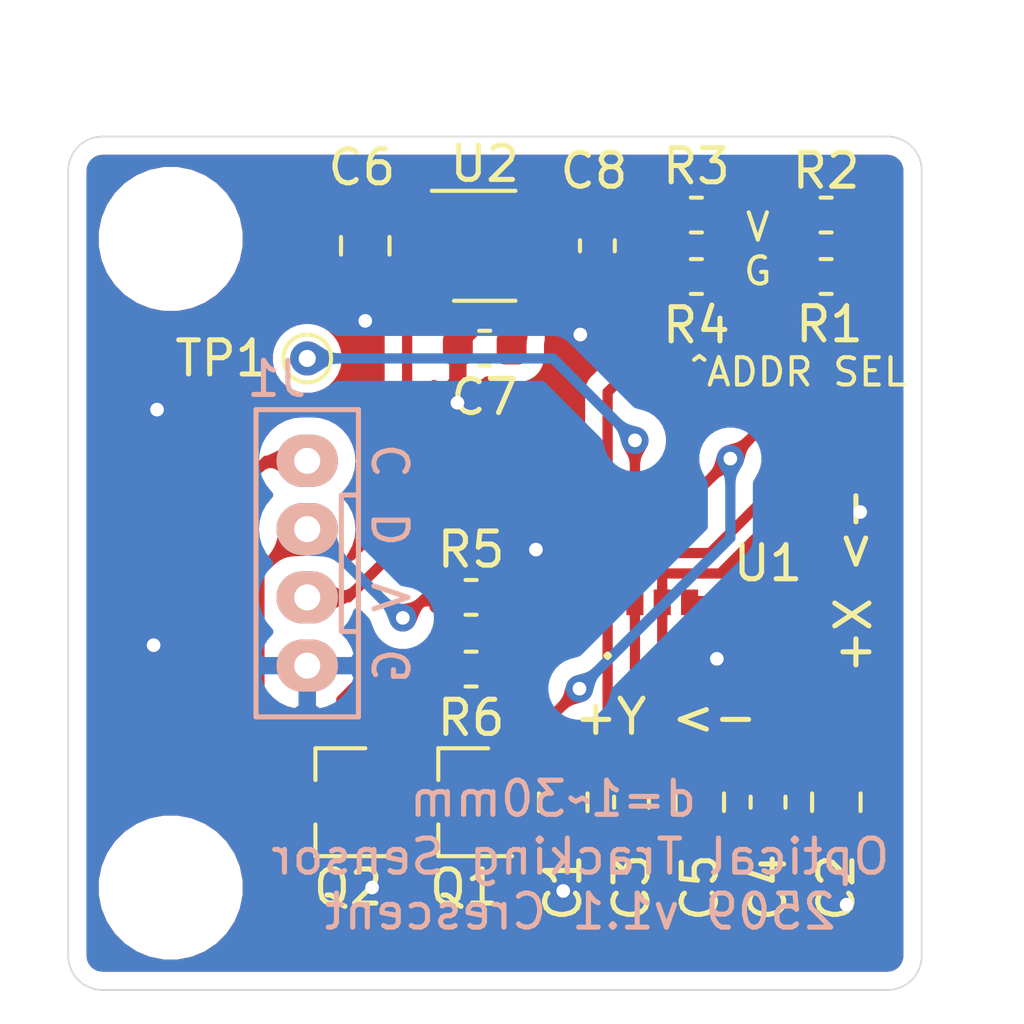
<source format=kicad_pcb>
(kicad_pcb (version 20171130) (host pcbnew "(5.1.2)-1")
  (title_block (title "Optical Tracking Sensor") (date 2025-09-13) (rev v1.1) (company Crescent))
  (layers (0 F.Cu signal) (31 B.Cu signal) (34 B.Paste user) (35 F.Paste user) (36 B.SilkS user) (37 F.SilkS user) (38 B.Mask user) (39 F.Mask user) (44 Edge.Cuts user))
  (net 0 "")
  (net 1 GND)
  (net 2 /3.3V)
  (net 3 "Net-(C5-Pad1)")
  (net 4 /SDA)
  (net 5 /SCL)
  (net 6 "Net-(R3-Pad2)")
  (net 7 /INT)
  (net 8 /VIN)
  (net 9 "Net-(C7-Pad1)")
  (net 10 /SDA_H)
  (net 11 /SCL_H)
  (module MountingHole:MountingHole_3.2mm_M3 (layer F.Cu) (at 150 101)
    (fp_text reference REF1 hide)
    (fp_text value MountingHole_3.2mm_M3)
    (pad 1 np_thru_hole circle (at 0 0) (size 3.2 3.2) (drill 3.2) (layers *.Cu *.Mask))
  )
  (module MountingHole:MountingHole_3.2mm_M3 (layer F.Cu) (at 150 82)
    (fp_text reference REF2 hide)
    (fp_text value MountingHole_3.2mm_M3)
    (pad 1 np_thru_hole circle (at 0 0) (size 3.2 3.2) (drill 3.2) (layers *.Cu *.Mask))
  )
  (module Package_TO_SOT_SMD:SOT-23-5 (layer F.Cu) (at 159.2 82.2)
    (fp_text reference U2 (at 0 -2.4) (layer F.SilkS))
    (fp_text value LD3985M33R_SOT23)
    (pad 5 smd rect (at 1.1 -0.95) (size 1.06 0.65) (layers F.Cu F.Paste F.Mask) (net 2 /3.3V))
    (pad 4 smd rect (at 1.1 0.95) (size 1.06 0.65) (layers F.Cu F.Paste F.Mask) (net 9 "Net-(C7-Pad1)"))
    (pad 3 smd rect (at -1.1 0.95) (size 1.06 0.65) (layers F.Cu F.Paste F.Mask) (net 8 /VIN))
    (pad 2 smd rect (at -1.1 0) (size 1.06 0.65) (layers F.Cu F.Paste F.Mask) (net 1 GND))
    (pad 1 smd rect (at -1.1 -0.95) (size 1.06 0.65) (layers F.Cu F.Paste F.Mask) (net 8 /VIN))
  )
  (module Resistor_SMD:R_0603_1608Metric (layer F.Cu) (at 158.8 94.6 180)
    (fp_text reference R6 (at 0 -1.43) (layer F.SilkS))
    (fp_text value 10k)
    (pad 2 smd roundrect (at 0.7875 0 180) (size 0.875 0.95) (layers F.Cu F.Paste F.Mask) (net 11 /SCL_H))
    (pad 1 smd roundrect (at -0.7875 0 180) (size 0.875 0.95) (layers F.Cu F.Paste F.Mask) (net 8 /VIN))
  )
  (module Resistor_SMD:R_0603_1608Metric (layer F.Cu) (at 158.8 92.5 180)
    (fp_text reference R5 (at 0 1.4) (layer F.SilkS))
    (fp_text value 10k)
    (pad 2 smd roundrect (at 0.7875 0 180) (size 0.875 0.95) (layers F.Cu F.Paste F.Mask) (net 10 /SDA_H))
    (pad 1 smd roundrect (at -0.7875 0 180) (size 0.875 0.95) (layers F.Cu F.Paste F.Mask) (net 8 /VIN))
  )
  (module Package_TO_SOT_SMD:SOT-23 (layer F.Cu) (at 155 98.5 180)
    (fp_text reference Q2 (at -0.2 -2.5) (layer F.SilkS))
    (fp_text value Q_NMOS_GSD)
    (pad 3 smd rect (at 1 0 180) (size 0.9 0.8) (layers F.Cu F.Paste F.Mask) (net 10 /SDA_H))
    (pad 2 smd rect (at -1 0.95 180) (size 0.9 0.8) (layers F.Cu F.Paste F.Mask) (net 4 /SDA))
    (pad 1 smd rect (at -1 -0.95 180) (size 0.9 0.8) (layers F.Cu F.Paste F.Mask) (net 2 /3.3V))
  )
  (module Package_TO_SOT_SMD:SOT-23 (layer F.Cu) (at 158.6 98.5 180)
    (fp_text reference Q1 (at 0 -2.5) (layer F.SilkS))
    (fp_text value Q_NMOS_GSD)
    (pad 3 smd rect (at 1 0 180) (size 0.9 0.8) (layers F.Cu F.Paste F.Mask) (net 11 /SCL_H))
    (pad 2 smd rect (at -1 0.95 180) (size 0.9 0.8) (layers F.Cu F.Paste F.Mask) (net 5 /SCL))
    (pad 1 smd rect (at -1 -0.95 180) (size 0.9 0.8) (layers F.Cu F.Paste F.Mask) (net 2 /3.3V))
  )
  (module Capacitor_SMD:C_0603_1608Metric (layer F.Cu) (at 162.5 82.2 270)
    (fp_text reference C8 (at -2.2 0.1 180) (layer F.SilkS))
    (fp_text value 1u)
    (pad 2 smd roundrect (at 0.7875 0 270) (size 0.875 0.95) (layers F.Cu F.Paste F.Mask) (net 1 GND))
    (pad 1 smd roundrect (at -0.7875 0 270) (size 0.875 0.95) (layers F.Cu F.Paste F.Mask) (net 2 /3.3V))
  )
  (module Capacitor_SMD:C_0603_1608Metric (layer F.Cu) (at 159.2 85.2 180)
    (fp_text reference C7 (at 0 -1.43) (layer F.SilkS))
    (fp_text value 10n)
    (pad 2 smd roundrect (at 0.7875 0 180) (size 0.875 0.95) (layers F.Cu F.Paste F.Mask) (net 1 GND))
    (pad 1 smd roundrect (at -0.7875 0 180) (size 0.875 0.95) (layers F.Cu F.Paste F.Mask) (net 9 "Net-(C7-Pad1)"))
  )
  (module Capacitor_SMD:C_0805_2012Metric (layer F.Cu) (at 155.7 82.2 270)
    (fp_text reference C6 (at -2.3 0.1 180) (layer F.SilkS))
    (fp_text value 4.7u)
    (pad 2 smd roundrect (at 0.9375 0 270) (size 0.975 1.4) (layers F.Cu F.Paste F.Mask) (net 1 GND))
    (pad 1 smd roundrect (at -0.9375 0 270) (size 0.975 1.4) (layers F.Cu F.Paste F.Mask) (net 8 /VIN))
  )
  (module OpticalTrackingSensor:PAT9125EL (layer F.Cu) (at 164 91.5 180)
    (fp_text reference U1 (at -3.5 0) (layer F.SilkS))
    (fp_text value PAT9125EL)
    (fp_text user . (at 1.2 -2.3) (layer F.SilkS))
    (pad 8 smd rect (at 1.2 1.145) (size 0.5 0.75) (layers F.Cu F.Paste F.Mask) (net 6 "Net-(R3-Pad2)"))
    (pad 7 smd rect (at 0.4 1.145) (size 0.5 0.75) (layers F.Cu F.Paste F.Mask) (net 7 /INT))
    (pad 6 smd rect (at -0.4 1.145) (size 0.5 0.75) (layers F.Cu F.Paste F.Mask) (net 4 /SDA))
    (pad 5 smd rect (at -1.2 1.145) (size 0.5 0.75) (layers F.Cu F.Paste F.Mask) (net 5 /SCL))
    (pad 4 smd rect (at -1.2 -1.145) (size 0.5 0.75) (layers F.Cu F.Paste F.Mask) (net 1 GND))
    (pad 3 smd rect (at -0.4 -1.145) (size 0.5 0.75) (layers F.Cu F.Paste F.Mask) (net 2 /3.3V))
    (pad 2 smd rect (at 0.4 -1.145) (size 0.5 0.75) (layers F.Cu F.Paste F.Mask) (net 3 "Net-(C5-Pad1)"))
    (pad 1 smd rect (at 1.2 -1.1) (size 0.5 0.85) (layers F.Cu F.Paste F.Mask) (net 2 /3.3V))
  )
  (module TestPoint:TestPoint_THTPad_D1.0mm_Drill0.5mm (layer F.Cu) (at 154 85.5)
    (fp_text reference TP1 (at -2.5 0) (layer F.SilkS))
    (fp_text value MOTION)
    (pad 1 thru_hole circle (at 0 0) (size 1 1) (drill 0.5) (layers *.Cu *.Mask) (net 7 /INT))
  )
  (module Resistor_SMD:R_0603_1608Metric (layer F.Cu) (at 165.4 83.1 180)
    (fp_text reference R4 (at 0 -1.43) (layer F.SilkS))
    (fp_text value 10k)
    (pad 2 smd roundrect (at 0.7875 0 180) (size 0.875 0.95) (layers F.Cu F.Paste F.Mask) (net 1 GND))
    (pad 1 smd roundrect (at -0.7875 0 180) (size 0.875 0.95) (layers F.Cu F.Paste F.Mask) (net 6 "Net-(R3-Pad2)"))
  )
  (module Resistor_SMD:R_0603_1608Metric (layer F.Cu) (at 165.4 81.3)
    (fp_text reference R3 (at 0 -1.43) (layer F.SilkS))
    (fp_text value 10k)
    (pad 2 smd roundrect (at 0.7875 0) (size 0.875 0.95) (layers F.Cu F.Paste F.Mask) (net 6 "Net-(R3-Pad2)"))
    (pad 1 smd roundrect (at -0.7875 0) (size 0.875 0.95) (layers F.Cu F.Paste F.Mask) (net 2 /3.3V))
  )
  (module Resistor_SMD:R_0603_1608Metric (layer F.Cu) (at 169.2 81.3 180)
    (fp_text reference R2 (at 0 1.3) (layer F.SilkS))
    (fp_text value 10k)
    (pad 2 smd roundrect (at 0.7875 0 180) (size 0.875 0.95) (layers F.Cu F.Paste F.Mask) (net 5 /SCL))
    (pad 1 smd roundrect (at -0.7875 0 180) (size 0.875 0.95) (layers F.Cu F.Paste F.Mask) (net 2 /3.3V))
  )
  (module Resistor_SMD:R_0603_1608Metric (layer F.Cu) (at 169.2 83.1 180)
    (fp_text reference R1 (at -0.1 -1.4) (layer F.SilkS))
    (fp_text value 10k)
    (pad 2 smd roundrect (at 0.7875 0 180) (size 0.875 0.95) (layers F.Cu F.Paste F.Mask) (net 4 /SDA))
    (pad 1 smd roundrect (at -0.7875 0 180) (size 0.875 0.95) (layers F.Cu F.Paste F.Mask) (net 2 /3.3V))
  )
  (module GroveCon:GROVE (layer B.Cu) (at 154 88.5 270)
    (fp_text reference J1 (at -2.4 0.9 180) (layer B.SilkS) (effects (justify mirror)))
    (fp_text value Grove)
    (fp_text user G (at 6 -2.5 270) (layer B.SilkS) (effects (justify mirror)))
    (fp_text user V (at 4 -2.5 270) (layer B.SilkS) (effects (justify mirror)))
    (fp_text user D (at 2 -2.5 270) (layer B.SilkS) (effects (justify mirror)))
    (fp_text user C (at 0 -2.5 270) (layer B.SilkS) (effects (justify mirror)))
    (pad 4 thru_hole oval (at 6 0 270) (size 1.524 1.8) (drill 0.762) (layers *.Cu *.Paste *.Mask B.SilkS) (net 1 GND))
    (pad 3 thru_hole oval (at 4 0 270) (size 1.524 1.8) (drill 0.762) (layers *.Cu *.Paste *.Mask B.SilkS) (net 8 /VIN))
    (pad 2 thru_hole oval (at 2 0 270) (size 1.524 1.8) (drill 0.762) (layers *.Cu *.Paste *.Mask B.SilkS) (net 10 /SDA_H))
    (pad 1 thru_hole oval (at 0 0 270) (size 1.524 1.8) (drill 0.762) (layers *.Cu *.Paste *.Mask B.SilkS) (net 11 /SCL_H))
  )
  (module Capacitor_SMD:C_0805_2012Metric (layer F.Cu) (at 165.5 98.5 270)
    (fp_text reference C5 (at 2.5 0 90) (layer F.SilkS))
    (fp_text value 4.7u)
    (pad 2 smd roundrect (at 0.9375 0 270) (size 0.975 1.4) (layers F.Cu F.Paste F.Mask) (net 1 GND))
    (pad 1 smd roundrect (at -0.9375 0 270) (size 0.975 1.4) (layers F.Cu F.Paste F.Mask) (net 3 "Net-(C5-Pad1)"))
  )
  (module Capacitor_SMD:C_0603_1608Metric (layer F.Cu) (at 167.5 98.5 270)
    (fp_text reference C4 (at 2.5 0 90) (layer F.SilkS))
    (fp_text value 0.1u)
    (pad 2 smd roundrect (at 0.7875 0 270) (size 0.875 0.95) (layers F.Cu F.Paste F.Mask) (net 1 GND))
    (pad 1 smd roundrect (at -0.7875 0 270) (size 0.875 0.95) (layers F.Cu F.Paste F.Mask) (net 2 /3.3V))
  )
  (module Capacitor_SMD:C_0603_1608Metric (layer F.Cu) (at 163.5 98.5 270)
    (fp_text reference C3 (at 2.5 0 90) (layer F.SilkS))
    (fp_text value 0.1u)
    (pad 2 smd roundrect (at 0.7875 0 270) (size 0.875 0.95) (layers F.Cu F.Paste F.Mask) (net 1 GND))
    (pad 1 smd roundrect (at -0.7875 0 270) (size 0.875 0.95) (layers F.Cu F.Paste F.Mask) (net 2 /3.3V))
  )
  (module Capacitor_SMD:C_0805_2012Metric (layer F.Cu) (at 169.5 98.5 270)
    (fp_text reference C2 (at 2.5 0 90) (layer F.SilkS))
    (fp_text value 10u)
    (pad 2 smd roundrect (at 0.9375 0 270) (size 0.975 1.4) (layers F.Cu F.Paste F.Mask) (net 1 GND))
    (pad 1 smd roundrect (at -0.9375 0 270) (size 0.975 1.4) (layers F.Cu F.Paste F.Mask) (net 2 /3.3V))
  )
  (module Capacitor_SMD:C_0805_2012Metric (layer F.Cu) (at 161.5 98.5 270)
    (fp_text reference C1 (at 2.5 0 90) (layer F.SilkS))
    (fp_text value 10u)
    (pad 2 smd roundrect (at 0.9375 0 270) (size 0.975 1.4) (layers F.Cu F.Paste F.Mask) (net 1 GND))
    (pad 1 smd roundrect (at -0.9375 0 270) (size 0.975 1.4) (layers F.Cu F.Paste F.Mask) (net 2 /3.3V))
  )
  (gr_text "V\nG" (at 167.2 82.3) (layer F.SilkS) (effects (font (size 0.8 0.8) (thickness 0.12))))
  (gr_text "^ADDR SEL" (at 168.4 85.9) (layer F.SilkS) (effects (font (size 0.8 0.8) (thickness 0.12))))
  (gr_text d=1~~30mm (at 161.2 98.4) (layer B.SilkS) (effects (font (size 1 1)) (justify mirror)))
  (gr_text "Optical Tracking Sensor\n2509 v1.1 Crescent" (at 162 100.9) (layer B.SilkS) (effects (font (size 1 1)) (justify mirror)))
  (gr_text "+Y <-" (at 164.5 96) (layer F.SilkS) (effects (font (size 1 1))))
  (gr_text "+X <-" (at 170 92 90) (layer F.SilkS) (effects (font (size 1 1))))
  (gr_arc (start 171 103) (end 171 104) (angle -90) (layer Edge.Cuts) (width 0.05))
  (gr_arc (start 148 103) (end 147 103) (angle -90) (layer Edge.Cuts) (width 0.05))
  (gr_arc (start 148 80) (end 148 79) (angle -90) (layer Edge.Cuts) (width 0.05))
  (gr_arc (start 171 80) (end 172 80) (angle -90) (layer Edge.Cuts) (width 0.05))
  (gr_line (start 147 103) (end 147 80) (layer Edge.Cuts) (width 0.05))
  (gr_line (start 171 104) (end 148 104) (layer Edge.Cuts) (width 0.05))
  (gr_line (start 172 80) (end 172 103) (layer Edge.Cuts) (width 0.05))
  (gr_line (start 148 79) (end 171 79) (layer Edge.Cuts) (width 0.05))
  (via (at 149.5 93.9) (size 0.8) (drill 0.4) (layers F.Cu B.Cu) (net 1))
  (segment (start 167.5 99.2875) (end 167.65 99.4375) (width 0.3) (layer F.Cu) (net 1))
  (segment (start 167.65 99.4375) (end 169.5 99.4375) (width 0.3) (layer F.Cu) (net 1))
  (segment (start 165.5 99.4375) (end 167.35 99.4375) (width 0.3) (layer F.Cu) (net 1))
  (segment (start 167.35 99.4375) (end 167.5 99.2875) (width 0.3) (layer F.Cu) (net 1))
  (segment (start 163.5 99.2875) (end 163.65 99.4375) (width 0.3) (layer F.Cu) (net 1))
  (segment (start 163.65 99.4375) (end 165.5 99.4375) (width 0.3) (layer F.Cu) (net 1))
  (segment (start 158.9803 82.4624) (end 161.9749 82.4624) (width 0.3) (layer F.Cu) (net 1))
  (segment (start 161.9749 82.4624) (end 162.5 82.9875) (width 0.3) (layer F.Cu) (net 1))
  (segment (start 158.9803 82.2) (end 158.9803 82.4624) (width 0.3) (layer F.Cu) (net 1))
  (segment (start 164.6125 83.1) (end 162.6125 83.1) (width 0.3) (layer F.Cu) (net 1))
  (segment (start 162.6125 83.1) (end 162.5 82.9875) (width 0.3) (layer F.Cu) (net 1))
  (segment (start 158.1 82.2) (end 158.9803 82.2) (width 0.3) (layer F.Cu) (net 1))
  (segment (start 161.5 99.4375) (end 163.35 99.4375) (width 0.3) (layer F.Cu) (net 1))
  (segment (start 163.35 99.4375) (end 163.5 99.2875) (width 0.3) (layer F.Cu) (net 1))
  (segment (start 159.1 84.5125) (end 158.4125 85.2) (width 0.3) (layer F.Cu) (net 1))
  (segment (start 158.9803 82.4624) (end 159.1 82.5821) (width 0.3) (layer F.Cu) (net 1))
  (segment (start 159.1 82.5821) (end 159.1 84.5125) (width 0.3) (layer F.Cu) (net 1))
  (segment (start 159.1 82.0803) (end 158.9803 82.2) (width 0.3) (layer F.Cu) (net 1))
  (segment (start 159.1 80.6) (end 159.1 82.0803) (width 0.3) (layer F.Cu) (net 1))
  (segment (start 154.4375 83.1375) (end 154 82.7) (width 0.3) (layer F.Cu) (net 1))
  (segment (start 155.7 83.1375) (end 154.4375 83.1375) (width 0.3) (layer F.Cu) (net 1))
  (segment (start 154 82.7) (end 154 80.8) (width 0.3) (layer F.Cu) (net 1))
  (segment (start 154 80.8) (end 154.6 80.2) (width 0.3) (layer F.Cu) (net 1))
  (segment (start 154.6 80.2) (end 158.7 80.2) (width 0.3) (layer F.Cu) (net 1))
  (segment (start 158.7 80.2) (end 159.1 80.6) (width 0.3) (layer F.Cu) (net 1))
  (segment (start 161.5 100.7) (end 161.5 101.1) (width 0.3) (layer F.Cu) (net 1))
  (segment (start 161.5 99.4375) (end 161.5 100.7) (width 0.3) (layer F.Cu) (net 1))
  (segment (start 165.2 93.3703) (end 165.2 92.645) (width 0.3) (layer F.Cu) (net 1))
  (segment (start 167.5703 93.3703) (end 165.2 93.3703) (width 0.3) (layer F.Cu) (net 1))
  (segment (start 170.9 96.7) (end 167.5703 93.3703) (width 0.3) (layer F.Cu) (net 1))
  (segment (start 169.5 99.4375) (end 170.9 99.4375) (width 0.3) (layer F.Cu) (net 1))
  (segment (start 170.9 99.4375) (end 170.9 96.7) (width 0.3) (layer F.Cu) (net 1))
  (via (at 160.7 91.1) (size 0.8) (drill 0.4) (layers F.Cu B.Cu) (net 1))
  (via (at 166 94.3) (size 0.8) (drill 0.4) (layers F.Cu B.Cu) (net 1))
  (segment (start 161.5 101.1) (end 161.4 100.8) (width 0.3) (layer F.Cu) (net 1))
  (via (at 161.5 101.1) (size 0.8) (drill 0.4) (layers F.Cu B.Cu) (net 1))
  (via (at 169.8 101.5) (size 0.8) (drill 0.4) (layers F.Cu B.Cu) (net 1))
  (via (at 162 84.8) (size 0.8) (drill 0.4) (layers F.Cu B.Cu) (net 1))
  (via (at 155.7 84.39998) (size 0.8) (drill 0.4) (layers F.Cu B.Cu) (net 1))
  (segment (start 155.7 83.1375) (end 155.7 84.39998) (width 0.3) (layer F.Cu) (net 1))
  (segment (start 155.7 84.965665) (end 155.7 84.39998) (width 0.3) (layer F.Cu) (net 1))
  (segment (start 155.7 85.738) (end 155.7 84.965665) (width 0.3) (layer F.Cu) (net 1))
  (via (at 158.4 86.8) (size 0.8) (drill 0.4) (layers F.Cu B.Cu) (net 1))
  (via (at 170.2 90) (size 0.8) (drill 0.4) (layers F.Cu B.Cu) (net 1))
  (via (at 149.6 87) (size 0.8) (drill 0.4) (layers F.Cu B.Cu) (net 1))
  (via (at 155.9 101) (size 0.8) (drill 0.4) (layers F.Cu B.Cu) (net 1))
  (segment (start 164.4 91.8722) (end 164.4 91.9197) (width 0.3) (layer F.Cu) (net 2))
  (segment (start 169.9875 81.3) (end 169.9875 83.1) (width 0.3) (layer F.Cu) (net 2))
  (segment (start 164.4 92.645) (end 164.4 91.9197) (width 0.3) (layer F.Cu) (net 2))
  (segment (start 162.8 92.6) (end 162.8 96.8038) (width 0.3) (layer F.Cu) (net 2))
  (segment (start 162.8 96.8038) (end 162.0413 97.5625) (width 0.3) (layer F.Cu) (net 2))
  (segment (start 162.0413 97.5625) (end 161.5 97.5625) (width 0.3) (layer F.Cu) (net 2))
  (segment (start 162.8 96.8038) (end 162.8 97.0125) (width 0.3) (layer F.Cu) (net 2))
  (segment (start 162.8 97.0125) (end 163.5 97.7125) (width 0.3) (layer F.Cu) (net 2))
  (segment (start 161.5 97.5625) (end 159.8121 99.2504) (width 0.3) (layer F.Cu) (net 2))
  (segment (start 159.8121 99.2504) (end 159.6 99.2504) (width 0.3) (layer F.Cu) (net 2))
  (segment (start 164.4 92.645) (end 164.4 94.6125) (width 0.3) (layer F.Cu) (net 2))
  (segment (start 164.4 94.6125) (end 165.95 96.1625) (width 0.3) (layer F.Cu) (net 2))
  (segment (start 164.6125 81.3) (end 162.6125 81.3) (width 0.3) (layer F.Cu) (net 2))
  (segment (start 162.6125 81.3) (end 162.5 81.4125) (width 0.3) (layer F.Cu) (net 2))
  (segment (start 159.6 99.45) (end 159.6 99.2504) (width 0.3) (layer F.Cu) (net 2))
  (segment (start 160.3 81.25) (end 162.338 81.25) (width 0.3) (layer F.Cu) (net 2))
  (segment (start 162.338 81.25) (end 162.5 81.4125) (width 0.3) (layer F.Cu) (net 2))
  (segment (start 165.95 96.1625) (end 168.1 96.1625) (width 0.3) (layer F.Cu) (net 2))
  (segment (start 168.1 96.1625) (end 169.5 97.5625) (width 0.3) (layer F.Cu) (net 2))
  (segment (start 165.95 96.1625) (end 167.5 97.7125) (width 0.3) (layer F.Cu) (net 2))
  (segment (start 159.4004 99.45) (end 159.6 99.2504) (width 0.3) (layer F.Cu) (net 2))
  (segment (start 156 99.45) (end 159.4004 99.45) (width 0.3) (layer F.Cu) (net 2))
  (segment (start 165.6125 80.3) (end 164.6125 81.3) (width 0.3) (layer F.Cu) (net 2))
  (segment (start 169.9875 81.3) (end 168.9875 80.3) (width 0.3) (layer F.Cu) (net 2))
  (segment (start 168.9875 80.3) (end 165.6125 80.3) (width 0.3) (layer F.Cu) (net 2))
  (segment (start 164.4722 91.8) (end 164.4 91.8722) (width 0.3) (layer F.Cu) (net 2))
  (segment (start 166.1 91.8) (end 164.4722 91.8) (width 0.3) (layer F.Cu) (net 2))
  (segment (start 169.9875 83.1) (end 169.9875 87.9125) (width 0.3) (layer F.Cu) (net 2))
  (segment (start 169.9875 87.9125) (end 166.1 91.8) (width 0.3) (layer F.Cu) (net 2))
  (segment (start 164.3278 91.8) (end 164.4 91.8722) (width 0.3) (layer F.Cu) (net 2))
  (segment (start 162.8 92.6) (end 162.8 91.8) (width 0.3) (layer F.Cu) (net 2))
  (segment (start 162.8 91.8) (end 164.3278 91.8) (width 0.3) (layer F.Cu) (net 2))
  (segment (start 163.6 92.645) (end 163.6 95.6625) (width 0.3) (layer F.Cu) (net 3))
  (segment (start 163.6 95.6625) (end 165.5 97.5625) (width 0.3) (layer F.Cu) (net 3))
  (segment (start 164.4 90.355) (end 164.4 91.0803) (width 0.3) (layer F.Cu) (net 4))
  (segment (start 164.2803 91.2) (end 164.4 91.0803) (width 0.3) (layer F.Cu) (net 4))
  (segment (start 162.682 91.2) (end 164.2803 91.2) (width 0.3) (layer F.Cu) (net 4))
  (segment (start 161.4749 92.4071) (end 162.682 91.2) (width 0.3) (layer F.Cu) (net 4))
  (segment (start 161.4749 94.0579) (end 161.4749 92.4071) (width 0.3) (layer F.Cu) (net 4))
  (segment (start 156 97.55) (end 157.9828 97.55) (width 0.3) (layer F.Cu) (net 4))
  (segment (start 157.9828 97.55) (end 161.4749 94.0579) (width 0.3) (layer F.Cu) (net 4))
  (segment (start 168.4125 88.5875) (end 168.4125 83.1) (width 0.3) (layer F.Cu) (net 4))
  (segment (start 165.8 91.2) (end 168.4125 88.5875) (width 0.3) (layer F.Cu) (net 4))
  (segment (start 164.4 91.0803) (end 164.5197 91.2) (width 0.3) (layer F.Cu) (net 4))
  (segment (start 164.5197 91.2) (end 165.8 91.2) (width 0.3) (layer F.Cu) (net 4))
  (segment (start 168.4125 81.3) (end 167.4119 82.3006) (width 0.3) (layer F.Cu) (net 5))
  (segment (start 167.4119 82.3006) (end 167.4119 87.4178) (width 0.3) (layer F.Cu) (net 5))
  (segment (start 167.4119 87.4178) (end 166.3952 88.4345) (width 0.3) (layer F.Cu) (net 5))
  (segment (start 165.2 90.355) (end 165.2 89.6297) (width 0.3) (layer F.Cu) (net 5))
  (segment (start 165.2 89.6297) (end 166.3952 88.4345) (width 0.3) (layer F.Cu) (net 5))
  (segment (start 161.975 95.175) (end 166.3952 90.7548) (width 0.3) (layer B.Cu) (net 5))
  (segment (start 166.3952 90.7548) (end 166.3952 88.4345) (width 0.3) (layer B.Cu) (net 5))
  (via (at 166.3952 88.4345) (size 0.8) (layers F.Cu B.Cu) (net 5))
  (via (at 161.975 95.175) (size 0.8) (layers F.Cu B.Cu) (net 5))
  (segment (start 159.6 97.55) (end 161.975 95.175) (width 0.3) (layer F.Cu) (net 5))
  (segment (start 162.8 90.355) (end 162.8 86.4875) (width 0.3) (layer F.Cu) (net 6))
  (segment (start 162.8 86.4875) (end 166.1875 83.1) (width 0.3) (layer F.Cu) (net 6))
  (segment (start 166.1875 81.3) (end 166.1875 83.1) (width 0.3) (layer F.Cu) (net 6))
  (via (at 163.6 87.9) (size 0.8) (drill 0.4) (layers F.Cu B.Cu) (net 7))
  (segment (start 163.6 90.355) (end 163.6 87.9) (width 0.3) (layer F.Cu) (net 7))
  (segment (start 154 85.5) (end 161.2 85.5) (width 0.3) (layer B.Cu) (net 7))
  (segment (start 161.2 85.5) (end 163.200001 87.500001) (width 0.3) (layer B.Cu) (net 7))
  (segment (start 163.200001 87.500001) (end 163.6 87.9) (width 0.3) (layer B.Cu) (net 7))
  (segment (start 156.9267 89.8392) (end 159.5875 92.5) (width 0.3) (layer F.Cu) (net 8))
  (segment (start 156.9267 89.8392) (end 156.9267 83.443) (width 0.3) (layer F.Cu) (net 8))
  (segment (start 156.9267 83.443) (end 157.2197 83.15) (width 0.3) (layer F.Cu) (net 8))
  (segment (start 158.1 83.15) (end 157.2197 83.15) (width 0.3) (layer F.Cu) (net 8))
  (segment (start 156.585 81.2625) (end 158.088 81.2625) (width 0.3) (layer F.Cu) (net 8))
  (segment (start 158.088 81.2625) (end 158.1 81.25) (width 0.3) (layer F.Cu) (net 8))
  (segment (start 155.7 81.2625) (end 156.585 81.2625) (width 0.3) (layer F.Cu) (net 8))
  (segment (start 159.5875 92.5) (end 159.5875 94.6) (width 0.3) (layer F.Cu) (net 8))
  (segment (start 157 82.9303) (end 157.2197 83.15) (width 0.3) (layer F.Cu) (net 8))
  (segment (start 156.585 81.2625) (end 157 81.6775) (width 0.3) (layer F.Cu) (net 8))
  (segment (start 157 81.6775) (end 157 82.9303) (width 0.3) (layer F.Cu) (net 8))
  (segment (start 156.9267 90.7733) (end 156.9267 89.8392) (width 0.3) (layer F.Cu) (net 8))
  (segment (start 155.2 92.5) (end 156.9267 90.7733) (width 0.3) (layer F.Cu) (net 8))
  (segment (start 154 92.5) (end 155.2 92.5) (width 0.3) (layer F.Cu) (net 8))
  (segment (start 159.9875 85.2) (end 159.988 85.2) (width 0.3) (layer F.Cu) (net 9))
  (segment (start 160.3 83.15) (end 160.3 84.8875) (width 0.3) (layer F.Cu) (net 9))
  (segment (start 160.3 84.8875) (end 159.988 85.2) (width 0.3) (layer F.Cu) (net 9))
  (via (at 156.8 93.1) (size 0.8) (drill 0.4) (layers F.Cu B.Cu) (net 10))
  (segment (start 154 97.7497) (end 154 98.5) (width 0.3) (layer F.Cu) (net 10))
  (segment (start 152.6 96.3497) (end 154 97.7497) (width 0.3) (layer F.Cu) (net 10))
  (segment (start 152.6 91.762) (end 152.6 96.3497) (width 0.3) (layer F.Cu) (net 10))
  (segment (start 154 90.5) (end 153.862 90.5) (width 0.3) (layer F.Cu) (net 10))
  (segment (start 153.862 90.5) (end 152.6 91.762) (width 0.3) (layer F.Cu) (net 10))
  (segment (start 157.475 92.5) (end 156.875 93.1) (width 0.3) (layer F.Cu) (net 10))
  (segment (start 158.0125 92.5) (end 157.475 92.5) (width 0.3) (layer F.Cu) (net 10))
  (segment (start 156.738 93.1) (end 156.8 93.1) (width 0.3) (layer B.Cu) (net 10))
  (segment (start 154.138 90.5) (end 156.738 93.1) (width 0.3) (layer B.Cu) (net 10))
  (segment (start 154 90.5) (end 154.138 90.5) (width 0.3) (layer B.Cu) (net 10))
  (segment (start 157.9125 94.5) (end 156 94.5) (width 0.3) (layer F.Cu) (net 11))
  (segment (start 158.0125 94.6) (end 157.9125 94.5) (width 0.3) (layer F.Cu) (net 11))
  (segment (start 155 95.5) (end 156 94.5) (width 0.3) (layer F.Cu) (net 11))
  (segment (start 155 98.2) (end 155 95.5) (width 0.3) (layer F.Cu) (net 11))
  (segment (start 157.6 98.5) (end 155.3 98.5) (width 0.3) (layer F.Cu) (net 11))
  (segment (start 155.3 98.5) (end 155.2 98.4) (width 0.3) (layer F.Cu) (net 11))
  (segment (start 155.2 98.4) (end 155 98.2) (width 0.3) (layer F.Cu) (net 11))
  (segment (start 152.8 88.5) (end 152 89.3) (width 0.3) (layer F.Cu) (net 11))
  (segment (start 152 89.3) (end 152 97.980002) (width 0.3) (layer F.Cu) (net 11))
  (segment (start 152 97.980002) (end 153.269999 99.250001) (width 0.3) (layer F.Cu) (net 11))
  (segment (start 153.269999 99.250001) (end 154.730001 99.250001) (width 0.3) (layer F.Cu) (net 11))
  (segment (start 154 88.5) (end 152.8 88.5) (width 0.3) (layer F.Cu) (net 11))
  (segment (start 155 98.980002) (end 154.730001 99.250001) (width 0.3) (layer F.Cu) (net 11))
  (segment (start 155 98.2) (end 155 98.980002) (width 0.3) (layer F.Cu) (net 11))
  (zone (net 1) (net_name GND) (layer F.Cu) (connect_pads (clearance 0.508)) (min_thickness 0.254) (fill yes (arc_segments 32) (thermal_gap 0.508) (thermal_bridge_width 0.508))
    (polygon (pts (xy 145 75) (xy 175 75) (xy 175 105) (xy 145 105)))
  )
  (zone (net 1) (net_name GND) (layer B.Cu) (connect_pads (clearance 0.508)) (min_thickness 0.254) (fill yes (arc_segments 32) (thermal_gap 0.508) (thermal_bridge_width 0.508))
    (polygon (pts (xy 145 75) (xy 175 75) (xy 175 105) (xy 145 105)))
  )
  (zone (net 2) (net_name /3.3V) (layer F.Cu) (priority 16962) (connect_pads yes (clearance 0.2)) (min_thickness 0.0254) (fill yes (arc_segments 32) (thermal_gap 0.508) (thermal_bridge_width 0.508))
    (polygon (pts (xy 170.1375 82.1675) (xy 170.140736 82.068558) (xy 170.150089 81.985343) (xy 170.165027 81.914564) (xy 170.185018 81.852927) (xy 170.209529 81.79714) (xy 170.238027 81.743909) (xy 170.269981 81.689942) (xy 170.304858 81.631947) (xy 170.342125 81.566631) (xy 170.38125 81.490701) (xy 169.9875 81.08125) (xy 169.59375 81.490701) (xy 169.632874 81.566631) (xy 169.670141 81.631947) (xy 169.705018 81.689942) (xy 169.736972 81.743909) (xy 169.76547 81.79714) (xy 169.789981 81.852927) (xy 169.809972 81.914564) (xy 169.82491 81.985343) (xy 169.834263 82.068558) (xy 169.8375 82.1675)))
  )
  (zone (net 2) (net_name /3.3V) (layer F.Cu) (priority 16962) (connect_pads yes (clearance 0.2)) (min_thickness 0.0254) (fill yes (arc_segments 32) (thermal_gap 0.508) (thermal_bridge_width 0.508))
    (polygon (pts (xy 169.8375 82.2325) (xy 169.834263 82.331441) (xy 169.82491 82.414656) (xy 169.809972 82.485435) (xy 169.789981 82.547072) (xy 169.76547 82.602859) (xy 169.736972 82.65609) (xy 169.705018 82.710057) (xy 169.670141 82.768052) (xy 169.632874 82.833368) (xy 169.59375 82.909299) (xy 169.9875 83.31875) (xy 170.38125 82.909299) (xy 170.342125 82.833368) (xy 170.304858 82.768052) (xy 170.269981 82.710057) (xy 170.238027 82.65609) (xy 170.209529 82.602859) (xy 170.185018 82.547072) (xy 170.165027 82.485435) (xy 170.150089 82.414656) (xy 170.140736 82.331441) (xy 170.1375 82.2325)))
  )
  (zone (net 2) (net_name /3.3V) (layer F.Cu) (priority 16962) (connect_pads yes (clearance 0.2)) (min_thickness 0.0254) (fill yes (arc_segments 32) (thermal_gap 0.508) (thermal_bridge_width 0.508))
    (polygon (pts (xy 164.25 92.155) (xy 164.249613 92.209313) (xy 164.248293 92.256605) (xy 164.245797 92.298159) (xy 164.241881 92.335256) (xy 164.236303 92.369178) (xy 164.228822 92.401207) (xy 164.219193 92.432624) (xy 164.207175 92.464712) (xy 164.192524 92.498753) (xy 164.175 92.536028) (xy 164.4 92.77) (xy 164.625 92.536028) (xy 164.607475 92.498753) (xy 164.592824 92.464712) (xy 164.580806 92.432624) (xy 164.571177 92.401207) (xy 164.563696 92.369178) (xy 164.558118 92.335256) (xy 164.554202 92.298159) (xy 164.551706 92.256605) (xy 164.550386 92.209313) (xy 164.55 92.155)))
  )
  (zone (net 2) (net_name /3.3V) (layer F.Cu) (priority 16962) (connect_pads yes (clearance 0.2)) (min_thickness 0.0254) (fill yes (arc_segments 32) (thermal_gap 0.508) (thermal_bridge_width 0.508))
    (polygon (pts (xy 162.95 93.09) (xy 162.950386 93.035686) (xy 162.951706 92.988394) (xy 162.954202 92.94684) (xy 162.958118 92.909743) (xy 162.963696 92.875821) (xy 162.971177 92.843792) (xy 162.980806 92.812375) (xy 162.992824 92.780287) (xy 163.007475 92.746246) (xy 163.025 92.708972) (xy 162.8 92.475) (xy 162.575 92.708972) (xy 162.592524 92.746246) (xy 162.607175 92.780287) (xy 162.619193 92.812375) (xy 162.628822 92.843792) (xy 162.636303 92.875821) (xy 162.641881 92.909743) (xy 162.645797 92.94684) (xy 162.648293 92.988394) (xy 162.649613 93.035686) (xy 162.65 93.09)))
  )
  (zone (net 2) (net_name /3.3V) (layer F.Cu) (priority 16962) (connect_pads yes (clearance 0.2)) (min_thickness 0.0254) (fill yes (arc_segments 32) (thermal_gap 0.508) (thermal_bridge_width 0.508))
    (polygon (pts (xy 162.243673 97.147995) (xy 162.188644 97.195675) (xy 162.135893 97.227181) (xy 162.084724 97.244402) (xy 162.034443 97.249229) (xy 161.984354 97.243551) (xy 161.933765 97.229258) (xy 161.881978 97.208242) (xy 161.828301 97.182391) (xy 161.772039 97.153597) (xy 161.712496 97.12375) (xy 161.25625 97.5625) (xy 161.844714 97.907214) (xy 161.914282 97.839437) (xy 161.975698 97.782885) (xy 162.031313 97.734438) (xy 162.08348 97.690976) (xy 162.134551 97.649378) (xy 162.186879 97.606523) (xy 162.242816 97.559291) (xy 162.304714 97.504561) (xy 162.374926 97.439213) (xy 162.455805 97.360127)))
  )
  (zone (net 2) (net_name /3.3V) (layer F.Cu) (priority 16962) (connect_pads yes (clearance 0.2)) (min_thickness 0.0254) (fill yes (arc_segments 32) (thermal_gap 0.508) (thermal_bridge_width 0.508))
    (polygon (pts (xy 162.78052 97.205152) (xy 162.848193 97.277402) (xy 162.900421 97.342857) (xy 162.939906 97.403468) (xy 162.969355 97.461188) (xy 162.991471 97.517967) (xy 163.008959 97.575758) (xy 163.024524 97.636513) (xy 163.040872 97.702183) (xy 163.060705 97.77472) (xy 163.086731 97.856076) (xy 163.654679 97.867179) (xy 163.643576 97.299231) (xy 163.56222 97.273205) (xy 163.489683 97.253372) (xy 163.424013 97.237024) (xy 163.363258 97.221459) (xy 163.305467 97.203971) (xy 163.248688 97.181855) (xy 163.190968 97.152406) (xy 163.130357 97.112921) (xy 163.064902 97.060693) (xy 162.992652 96.99302)))
  )
  (zone (net 2) (net_name /3.3V) (layer F.Cu) (priority 16962) (connect_pads yes (clearance 0.2)) (min_thickness 0.0254) (fill yes (arc_segments 32) (thermal_gap 0.508) (thermal_bridge_width 0.508))
    (polygon (pts (xy 160.066657 98.783711) (xy 160.000934 98.84571) (xy 159.941535 98.894243) (xy 159.886652 98.931574) (xy 159.834477 98.959967) (xy 159.783203 98.981684) (xy 159.731022 98.998988) (xy 159.676127 99.014144) (xy 159.616711 99.029415) (xy 159.550966 99.047064) (xy 159.477086 99.069354) (xy 159.455498 99.588271) (xy 159.974863 99.589562) (xy 160.000756 99.515509) (xy 160.021365 99.449641) (xy 160.039045 99.390111) (xy 160.056153 99.335074) (xy 160.075047 99.282684) (xy 160.098083 99.231095) (xy 160.127619 99.178462) (xy 160.16601 99.12294) (xy 160.215614 99.062682) (xy 160.278789 98.995843)))
  )
  (zone (net 2) (net_name /3.3V) (layer F.Cu) (priority 16962) (connect_pads yes (clearance 0.2)) (min_thickness 0.0254) (fill yes (arc_segments 32) (thermal_gap 0.508) (thermal_bridge_width 0.508))
    (polygon (pts (xy 160.921941 98.352691) (xy 161.003233 98.277076) (xy 161.077083 98.219553) (xy 161.145657 98.176892) (xy 161.211122 98.14586) (xy 161.275645 98.123228) (xy 161.341393 98.105766) (xy 161.410535 98.090243) (xy 161.485235 98.073427) (xy 161.567663 98.05209) (xy 161.659985 98.023) (xy 161.672357 97.390143) (xy 161.0395 97.402515) (xy 161.010409 97.494836) (xy 160.989072 97.577264) (xy 160.972256 97.651964) (xy 160.956733 97.721106) (xy 160.939271 97.786854) (xy 160.916639 97.851377) (xy 160.885607 97.916842) (xy 160.842946 97.985416) (xy 160.785423 98.059266) (xy 160.709809 98.140559)))
  )
  (zone (net 2) (net_name /3.3V) (layer F.Cu) (priority 16962) (connect_pads yes (clearance 0.2)) (min_thickness 0.0254) (fill yes (arc_segments 32) (thermal_gap 0.508) (thermal_bridge_width 0.508))
    (polygon (pts (xy 164.55 93.135) (xy 164.550386 93.080686) (xy 164.551706 93.033394) (xy 164.554202 92.99184) (xy 164.558118 92.954743) (xy 164.563696 92.920821) (xy 164.571177 92.888792) (xy 164.580806 92.857375) (xy 164.592824 92.825287) (xy 164.607475 92.791246) (xy 164.625 92.753972) (xy 164.4 92.52) (xy 164.175 92.753972) (xy 164.192524 92.791246) (xy 164.207175 92.825287) (xy 164.219193 92.857375) (xy 164.228822 92.888792) (xy 164.236303 92.920821) (xy 164.241881 92.954743) (xy 164.245797 92.99184) (xy 164.248293 93.033394) (xy 164.249613 93.080686) (xy 164.25 93.135)))
  )
  (zone (net 2) (net_name /3.3V) (layer F.Cu) (priority 16962) (connect_pads yes (clearance 0.2)) (min_thickness 0.0254) (fill yes (arc_segments 32) (thermal_gap 0.508) (thermal_bridge_width 0.508))
    (polygon (pts (xy 163.37 81.15) (xy 163.259586 81.147128) (xy 163.166423 81.13905) (xy 163.086705 81.126568) (xy 163.016625 81.110487) (xy 162.952379 81.091611) (xy 162.89016 81.070742) (xy 162.826162 81.048685) (xy 162.756579 81.026244) (xy 162.677607 81.004222) (xy 162.585438 80.983424) (xy 162.288295 81.467567) (xy 162.783682 81.745562) (xy 162.842725 81.693429) (xy 162.89451 81.645518) (xy 162.941724 81.602128) (xy 162.987055 81.563556) (xy 163.033189 81.5301) (xy 163.082816 81.502059) (xy 163.138623 81.47973) (xy 163.203297 81.463412) (xy 163.279527 81.453402) (xy 163.37 81.45)))
  )
  (zone (net 2) (net_name /3.3V) (layer F.Cu) (priority 16962) (connect_pads yes (clearance 0.2)) (min_thickness 0.0254) (fill yes (arc_segments 32) (thermal_gap 0.508) (thermal_bridge_width 0.508))
    (polygon (pts (xy 163.745 81.45) (xy 163.843941 81.453236) (xy 163.927156 81.462589) (xy 163.997935 81.477527) (xy 164.059572 81.497518) (xy 164.115359 81.522029) (xy 164.16859 81.550527) (xy 164.222557 81.582481) (xy 164.280552 81.617358) (xy 164.345868 81.654625) (xy 164.421799 81.69375) (xy 164.83125 81.3) (xy 164.421799 80.90625) (xy 164.345868 80.945374) (xy 164.280552 80.982641) (xy 164.222557 81.017518) (xy 164.16859 81.049472) (xy 164.115359 81.07797) (xy 164.059572 81.102481) (xy 163.997935 81.122472) (xy 163.927156 81.13741) (xy 163.843941 81.146763) (xy 163.745 81.15)))
  )
  (zone (net 2) (net_name /3.3V) (layer F.Cu) (priority 16962) (connect_pads yes (clearance 0.2)) (min_thickness 0.0254) (fill yes (arc_segments 32) (thermal_gap 0.508) (thermal_bridge_width 0.508))
    (polygon (pts (xy 160.945 81.1) (xy 160.872523 81.098516) (xy 160.810616 81.094092) (xy 160.75716 81.086766) (xy 160.710037 81.076577) (xy 160.667129 81.063564) (xy 160.626317 81.047765) (xy 160.585483 81.029221) (xy 160.542508 81.007969) (xy 160.495274 80.984049) (xy 160.441664 80.9575) (xy 160.1375 81.25) (xy 160.441664 81.5425) (xy 160.495274 81.51595) (xy 160.542508 81.49203) (xy 160.585483 81.470778) (xy 160.626317 81.452234) (xy 160.667129 81.436435) (xy 160.710037 81.423422) (xy 160.75716 81.413233) (xy 160.810616 81.405907) (xy 160.872523 81.401483) (xy 160.945 81.4)))
  )
  (zone (net 2) (net_name /3.3V) (layer F.Cu) (priority 16962) (connect_pads yes (clearance 0.2)) (min_thickness 0.0254) (fill yes (arc_segments 32) (thermal_gap 0.508) (thermal_bridge_width 0.508))
    (polygon (pts (xy 161.6505 81.4) (xy 161.734814 81.403498) (xy 161.805903 81.413812) (xy 161.866097 81.430668) (xy 161.917725 81.453791) (xy 161.963119 81.482908) (xy 162.004609 81.517745) (xy 162.044524 81.558028) (xy 162.085196 81.603484) (xy 162.128953 81.653838) (xy 162.178128 81.708818) (xy 162.703493 81.492761) (xy 162.467069 80.976242) (xy 162.37052 80.98611) (xy 162.287729 80.999232) (xy 162.214778 81.014595) (xy 162.147748 81.031189) (xy 162.082722 81.048003) (xy 162.01578 81.064026) (xy 161.943006 81.078248) (xy 161.860479 81.089659) (xy 161.764283 81.097246) (xy 161.6505 81.1)))
  )
  (zone (net 2) (net_name /3.3V) (layer F.Cu) (priority 16962) (connect_pads yes (clearance 0.2)) (min_thickness 0.0254) (fill yes (arc_segments 32) (thermal_gap 0.508) (thermal_bridge_width 0.508))
    (polygon (pts (xy 168.709809 96.984441) (xy 168.785423 97.065733) (xy 168.842946 97.139583) (xy 168.885607 97.208157) (xy 168.916639 97.273622) (xy 168.939271 97.338145) (xy 168.956733 97.403893) (xy 168.972256 97.473035) (xy 168.989072 97.547735) (xy 169.010409 97.630163) (xy 169.0395 97.722485) (xy 169.672357 97.734857) (xy 169.659985 97.102) (xy 169.567663 97.072909) (xy 169.485235 97.051572) (xy 169.410535 97.034756) (xy 169.341393 97.019233) (xy 169.275645 97.001771) (xy 169.211122 96.979139) (xy 169.145657 96.948107) (xy 169.077083 96.905446) (xy 169.003233 96.847923) (xy 168.921941 96.772309)))
  )
  (zone (net 2) (net_name /3.3V) (layer F.Cu) (priority 16962) (connect_pads yes (clearance 0.2)) (min_thickness 0.0254) (fill yes (arc_segments 32) (thermal_gap 0.508) (thermal_bridge_width 0.508))
    (polygon (pts (xy 166.78052 97.205152) (xy 166.848193 97.277402) (xy 166.900421 97.342857) (xy 166.939906 97.403468) (xy 166.969355 97.461188) (xy 166.991471 97.517967) (xy 167.008959 97.575758) (xy 167.024524 97.636513) (xy 167.040872 97.702183) (xy 167.060705 97.77472) (xy 167.086731 97.856076) (xy 167.654679 97.867179) (xy 167.643576 97.299231) (xy 167.56222 97.273205) (xy 167.489683 97.253372) (xy 167.424013 97.237024) (xy 167.363258 97.221459) (xy 167.305467 97.203971) (xy 167.248688 97.181855) (xy 167.190968 97.152406) (xy 167.130357 97.112921) (xy 167.064902 97.060693) (xy 166.992652 96.99302)))
  )
  (zone (net 2) (net_name /3.3V) (layer F.Cu) (priority 16962) (connect_pads yes (clearance 0.2)) (min_thickness 0.0254) (fill yes (arc_segments 32) (thermal_gap 0.508) (thermal_bridge_width 0.508))
    (polygon (pts (xy 156.79 99.3) (xy 156.700367 99.297335) (xy 156.624686 99.289592) (xy 156.560062 99.277146) (xy 156.503603 99.260376) (xy 156.452418 99.239656) (xy 156.403613 99.215364) (xy 156.354297 99.187876) (xy 156.301577 99.157568) (xy 156.24256 99.124817) (xy 156.174355 99.09) (xy 155.8 99.45) (xy 156.174355 99.81) (xy 156.24256 99.775182) (xy 156.301577 99.742431) (xy 156.354297 99.712123) (xy 156.403613 99.684635) (xy 156.452418 99.660343) (xy 156.503603 99.639623) (xy 156.560062 99.622853) (xy 156.624686 99.610407) (xy 156.700367 99.602664) (xy 156.79 99.6)))
  )
  (zone (net 2) (net_name /3.3V) (layer F.Cu) (priority 16962) (connect_pads yes (clearance 0.2)) (min_thickness 0.0254) (fill yes (arc_segments 32) (thermal_gap 0.508) (thermal_bridge_width 0.508))
    (polygon (pts (xy 158.7904 99.6) (xy 158.882648 99.602572) (xy 158.960645 99.610081) (xy 159.027341 99.62221) (xy 159.085686 99.638644) (xy 159.138631 99.659067) (xy 159.189128 99.683166) (xy 159.240127 99.710623) (xy 159.294579 99.741125) (xy 159.355434 99.774355) (xy 159.425645 99.81) (xy 159.8 99.45) (xy 159.425645 99.09) (xy 159.355434 99.125644) (xy 159.294579 99.158874) (xy 159.240127 99.189376) (xy 159.189128 99.216833) (xy 159.138631 99.240932) (xy 159.085686 99.261355) (xy 159.027341 99.277789) (xy 158.960645 99.289918) (xy 158.882648 99.297427) (xy 158.7904 99.3)))
  )
  (zone (net 2) (net_name /3.3V) (layer F.Cu) (priority 16962) (connect_pads yes (clearance 0.2)) (min_thickness 0.0254) (fill yes (arc_segments 32) (thermal_gap 0.508) (thermal_bridge_width 0.508))
    (polygon (pts (xy 165.119848 80.58052) (xy 165.047597 80.648193) (xy 164.982142 80.700421) (xy 164.921531 80.739906) (xy 164.863811 80.769355) (xy 164.807032 80.791471) (xy 164.749241 80.808959) (xy 164.688486 80.824524) (xy 164.622816 80.840872) (xy 164.550279 80.860705) (xy 164.468924 80.886731) (xy 164.457821 81.454679) (xy 165.025769 81.443576) (xy 165.051794 81.36222) (xy 165.071627 81.289683) (xy 165.087975 81.224013) (xy 165.10354 81.163258) (xy 165.121028 81.105467) (xy 165.143144 81.048688) (xy 165.172593 80.990968) (xy 165.212078 80.930357) (xy 165.264306 80.864902) (xy 165.33198 80.792652)))
  )
  (zone (net 2) (net_name /3.3V) (layer F.Cu) (priority 16962) (connect_pads yes (clearance 0.2)) (min_thickness 0.0254) (fill yes (arc_segments 32) (thermal_gap 0.508) (thermal_bridge_width 0.508))
    (polygon (pts (xy 169.26802 80.792652) (xy 169.335693 80.864902) (xy 169.387921 80.930357) (xy 169.427406 80.990968) (xy 169.456855 81.048688) (xy 169.478971 81.105467) (xy 169.496459 81.163258) (xy 169.512024 81.224013) (xy 169.528372 81.289683) (xy 169.548205 81.36222) (xy 169.574231 81.443576) (xy 170.142179 81.454679) (xy 170.131076 80.886731) (xy 170.04972 80.860705) (xy 169.977183 80.840872) (xy 169.911513 80.824524) (xy 169.850758 80.808959) (xy 169.792967 80.791471) (xy 169.736188 80.769355) (xy 169.678468 80.739906) (xy 169.617857 80.700421) (xy 169.552402 80.648193) (xy 169.480152 80.58052)))
  )
  (zone (net 2) (net_name /3.3V) (layer F.Cu) (priority 16962) (connect_pads yes (clearance 0.2)) (min_thickness 0.0254) (fill yes (arc_segments 32) (thermal_gap 0.508) (thermal_bridge_width 0.508))
    (polygon (pts (xy 170.1375 83.9675) (xy 170.140736 83.868558) (xy 170.150089 83.785343) (xy 170.165027 83.714564) (xy 170.185018 83.652927) (xy 170.209529 83.59714) (xy 170.238027 83.543909) (xy 170.269981 83.489942) (xy 170.304858 83.431947) (xy 170.342125 83.366631) (xy 170.38125 83.290701) (xy 169.9875 82.88125) (xy 169.59375 83.290701) (xy 169.632874 83.366631) (xy 169.670141 83.431947) (xy 169.705018 83.489942) (xy 169.736972 83.543909) (xy 169.76547 83.59714) (xy 169.789981 83.652927) (xy 169.809972 83.714564) (xy 169.82491 83.785343) (xy 169.834263 83.868558) (xy 169.8375 83.9675)))
  )
  (zone (net 2) (net_name /3.3V) (layer F.Cu) (priority 16962) (connect_pads yes (clearance 0.2)) (min_thickness 0.0254) (fill yes (arc_segments 32) (thermal_gap 0.508) (thermal_bridge_width 0.508))
    (polygon (pts (xy 162.65 92.11) (xy 162.649613 92.164313) (xy 162.648293 92.211605) (xy 162.645797 92.253159) (xy 162.641881 92.290256) (xy 162.636303 92.324178) (xy 162.628822 92.356207) (xy 162.619193 92.387624) (xy 162.607175 92.419712) (xy 162.592524 92.453753) (xy 162.575 92.491028) (xy 162.8 92.725) (xy 163.025 92.491028) (xy 163.007475 92.453753) (xy 162.992824 92.419712) (xy 162.980806 92.387624) (xy 162.971177 92.356207) (xy 162.963696 92.324178) (xy 162.958118 92.290256) (xy 162.954202 92.253159) (xy 162.951706 92.211605) (xy 162.950386 92.164313) (xy 162.95 92.11)))
  )
  (zone (net 3) (net_name "Net-(C5-Pad1)") (layer F.Cu) (priority 16962) (connect_pads yes (clearance 0.2)) (min_thickness 0.0254) (fill yes (arc_segments 32) (thermal_gap 0.508) (thermal_bridge_width 0.508))
    (polygon (pts (xy 163.75 93.135) (xy 163.750386 93.080686) (xy 163.751706 93.033394) (xy 163.754202 92.99184) (xy 163.758118 92.954743) (xy 163.763696 92.920821) (xy 163.771177 92.888792) (xy 163.780806 92.857375) (xy 163.792824 92.825287) (xy 163.807475 92.791246) (xy 163.825 92.753972) (xy 163.6 92.52) (xy 163.375 92.753972) (xy 163.392524 92.791246) (xy 163.407175 92.825287) (xy 163.419193 92.857375) (xy 163.428822 92.888792) (xy 163.436303 92.920821) (xy 163.441881 92.954743) (xy 163.445797 92.99184) (xy 163.448293 93.033394) (xy 163.449613 93.080686) (xy 163.45 93.135)))
  )
  (zone (net 3) (net_name "Net-(C5-Pad1)") (layer F.Cu) (priority 16962) (connect_pads yes (clearance 0.2)) (min_thickness 0.0254) (fill yes (arc_segments 32) (thermal_gap 0.508) (thermal_bridge_width 0.508))
    (polygon (pts (xy 164.709809 96.984441) (xy 164.785423 97.065733) (xy 164.842946 97.139583) (xy 164.885607 97.208157) (xy 164.916639 97.273622) (xy 164.939271 97.338145) (xy 164.956733 97.403893) (xy 164.972256 97.473035) (xy 164.989072 97.547735) (xy 165.010409 97.630163) (xy 165.0395 97.722485) (xy 165.672357 97.734857) (xy 165.659985 97.102) (xy 165.567663 97.072909) (xy 165.485235 97.051572) (xy 165.410535 97.034756) (xy 165.341393 97.019233) (xy 165.275645 97.001771) (xy 165.211122 96.979139) (xy 165.145657 96.948107) (xy 165.077083 96.905446) (xy 165.003233 96.847923) (xy 164.921941 96.772309)))
  )
  (zone (net 4) (net_name /SDA) (layer F.Cu) (priority 16962) (connect_pads yes (clearance 0.2)) (min_thickness 0.0254) (fill yes (arc_segments 32) (thermal_gap 0.508) (thermal_bridge_width 0.508))
    (polygon (pts (xy 164.55 90.845) (xy 164.550386 90.790686) (xy 164.551706 90.743394) (xy 164.554202 90.70184) (xy 164.558118 90.664743) (xy 164.563696 90.630821) (xy 164.571177 90.598792) (xy 164.580806 90.567375) (xy 164.592824 90.535287) (xy 164.607475 90.501246) (xy 164.625 90.463972) (xy 164.4 90.23) (xy 164.175 90.463972) (xy 164.192524 90.501246) (xy 164.207175 90.535287) (xy 164.219193 90.567375) (xy 164.228822 90.598792) (xy 164.236303 90.630821) (xy 164.241881 90.664743) (xy 164.245797 90.70184) (xy 164.248293 90.743394) (xy 164.249613 90.790686) (xy 164.25 90.845)))
  )
  (zone (net 4) (net_name /SDA) (layer F.Cu) (priority 16962) (connect_pads yes (clearance 0.2)) (min_thickness 0.0254) (fill yes (arc_segments 32) (thermal_gap 0.508) (thermal_bridge_width 0.508))
    (polygon (pts (xy 156.79 97.4) (xy 156.700367 97.397335) (xy 156.624686 97.389592) (xy 156.560062 97.377146) (xy 156.503603 97.360376) (xy 156.452418 97.339656) (xy 156.403613 97.315364) (xy 156.354297 97.287876) (xy 156.301577 97.257568) (xy 156.24256 97.224817) (xy 156.174355 97.19) (xy 155.8 97.55) (xy 156.174355 97.91) (xy 156.24256 97.875182) (xy 156.301577 97.842431) (xy 156.354297 97.812123) (xy 156.403613 97.784635) (xy 156.452418 97.760343) (xy 156.503603 97.739623) (xy 156.560062 97.722853) (xy 156.624686 97.710407) (xy 156.700367 97.702664) (xy 156.79 97.7)))
  )
  (zone (net 4) (net_name /SDA) (layer F.Cu) (priority 16962) (connect_pads yes (clearance 0.2)) (min_thickness 0.0254) (fill yes (arc_segments 32) (thermal_gap 0.508) (thermal_bridge_width 0.508))
    (polygon (pts (xy 168.5625 83.9675) (xy 168.565736 83.868558) (xy 168.575089 83.785343) (xy 168.590027 83.714564) (xy 168.610018 83.652927) (xy 168.634529 83.59714) (xy 168.663027 83.543909) (xy 168.694981 83.489942) (xy 168.729858 83.431947) (xy 168.767125 83.366631) (xy 168.80625 83.290701) (xy 168.4125 82.88125) (xy 168.01875 83.290701) (xy 168.057874 83.366631) (xy 168.095141 83.431947) (xy 168.130018 83.489942) (xy 168.161972 83.543909) (xy 168.19047 83.59714) (xy 168.214981 83.652927) (xy 168.234972 83.714564) (xy 168.24991 83.785343) (xy 168.259263 83.868558) (xy 168.2625 83.9675)))
  )
  (zone (net 5) (net_name /SCL) (layer F.Cu) (priority 16962) (connect_pads yes (clearance 0.2)) (min_thickness 0.0254) (fill yes (arc_segments 32) (thermal_gap 0.508) (thermal_bridge_width 0.508))
    (polygon (pts (xy 167.905152 82.01948) (xy 167.977402 81.951806) (xy 168.042857 81.899578) (xy 168.103468 81.860093) (xy 168.161188 81.830644) (xy 168.217967 81.808528) (xy 168.275758 81.79104) (xy 168.336513 81.775475) (xy 168.402183 81.759127) (xy 168.47472 81.739294) (xy 168.556076 81.713269) (xy 168.567179 81.145321) (xy 167.999231 81.156424) (xy 167.973205 81.237779) (xy 167.953372 81.310316) (xy 167.937024 81.375986) (xy 167.921459 81.436741) (xy 167.903971 81.494532) (xy 167.881855 81.551311) (xy 167.852406 81.609031) (xy 167.812921 81.669642) (xy 167.760693 81.735097) (xy 167.69302 81.807348)))
  )
  (zone (net 5) (net_name /SCL) (layer F.Cu) (priority 16962) (connect_pads yes (clearance 0.2)) (min_thickness 0.0254) (fill yes (arc_segments 32) (thermal_gap 0.508) (thermal_bridge_width 0.508))
    (polygon (pts (xy 166.847747 87.769821) (xy 166.782483 87.831316) (xy 166.723493 87.879355) (xy 166.668997 87.916251) (xy 166.617216 87.944315) (xy 166.566372 87.965857) (xy 166.514685 87.98319) (xy 166.460376 87.998624) (xy 166.401667 88.014472) (xy 166.336777 88.033045) (xy 166.26393 88.056654) (xy 166.253779 88.575921) (xy 166.773046 88.56577) (xy 166.796654 88.492922) (xy 166.815227 88.428032) (xy 166.831075 88.369323) (xy 166.846509 88.315014) (xy 166.863842 88.263327) (xy 166.885384 88.212483) (xy 166.913448 88.160702) (xy 166.950344 88.106206) (xy 166.998383 88.047216) (xy 167.059879 87.981953)))
  )
  (zone (net 5) (net_name /SCL) (layer F.Cu) (priority 16962) (connect_pads yes (clearance 0.2)) (min_thickness 0.0254) (fill yes (arc_segments 32) (thermal_gap 0.508) (thermal_bridge_width 0.508))
    (polygon (pts (xy 165.05 89.865) (xy 165.049613 89.919313) (xy 165.048293 89.966605) (xy 165.045797 90.008159) (xy 165.041881 90.045256) (xy 165.036303 90.079178) (xy 165.028822 90.111207) (xy 165.019193 90.142624) (xy 165.007175 90.174712) (xy 164.992524 90.208753) (xy 164.975 90.246028) (xy 165.2 90.48) (xy 165.425 90.246028) (xy 165.407475 90.208753) (xy 165.392824 90.174712) (xy 165.380806 90.142624) (xy 165.371177 90.111207) (xy 165.363696 90.079178) (xy 165.358118 90.045256) (xy 165.354202 90.008159) (xy 165.351706 89.966605) (xy 165.350386 89.919313) (xy 165.35 89.865)))
  )
  (zone (net 5) (net_name /SCL) (layer F.Cu) (priority 16962) (connect_pads yes (clearance 0.2)) (min_thickness 0.0254) (fill yes (arc_segments 32) (thermal_gap 0.508) (thermal_bridge_width 0.508))
    (polygon (pts (xy 165.942653 89.099179) (xy 166.007916 89.037683) (xy 166.066906 88.989644) (xy 166.121402 88.952748) (xy 166.173183 88.924684) (xy 166.224027 88.903142) (xy 166.275714 88.885809) (xy 166.330023 88.870375) (xy 166.388732 88.854527) (xy 166.453622 88.835954) (xy 166.52647 88.812346) (xy 166.536621 88.293079) (xy 166.017354 88.30323) (xy 165.993745 88.376077) (xy 165.975172 88.440967) (xy 165.959324 88.499676) (xy 165.94389 88.553985) (xy 165.926557 88.605672) (xy 165.905015 88.656516) (xy 165.876951 88.708297) (xy 165.840055 88.762793) (xy 165.792016 88.821783) (xy 165.730521 88.887047)))
  )
  (zone (net 5) (net_name /SCL) (layer B.Cu) (priority 16962) (connect_pads yes (clearance 0.2)) (min_thickness 0.0254) (fill yes (arc_segments 32) (thermal_gap 0.508) (thermal_bridge_width 0.508))
    (polygon (pts (xy 162.427547 94.510321) (xy 162.362283 94.571816) (xy 162.303293 94.619855) (xy 162.248797 94.656751) (xy 162.197016 94.684815) (xy 162.146172 94.706357) (xy 162.094485 94.72369) (xy 162.040176 94.739124) (xy 161.981467 94.754972) (xy 161.916577 94.773545) (xy 161.84373 94.797154) (xy 161.833579 95.316421) (xy 162.352846 95.30627) (xy 162.376454 95.233422) (xy 162.395027 95.168532) (xy 162.410875 95.109823) (xy 162.426309 95.055514) (xy 162.443642 95.003827) (xy 162.465184 94.952983) (xy 162.493248 94.901202) (xy 162.530144 94.846706) (xy 162.578183 94.787716) (xy 162.639679 94.722453)))
  )
  (zone (net 5) (net_name /SCL) (layer B.Cu) (priority 16962) (connect_pads yes (clearance 0.2)) (min_thickness 0.0254) (fill yes (arc_segments 32) (thermal_gap 0.508) (thermal_bridge_width 0.508))
    (polygon (pts (xy 166.5452 89.2245) (xy 166.547864 89.134867) (xy 166.555607 89.059186) (xy 166.568053 88.994562) (xy 166.584823 88.938103) (xy 166.605543 88.886918) (xy 166.629835 88.838113) (xy 166.657323 88.788797) (xy 166.687631 88.736077) (xy 166.720382 88.67706) (xy 166.7552 88.608855) (xy 166.3952 88.2345) (xy 166.0352 88.608855) (xy 166.070017 88.67706) (xy 166.102768 88.736077) (xy 166.133076 88.788797) (xy 166.160564 88.838113) (xy 166.184856 88.886918) (xy 166.205576 88.938103) (xy 166.222346 88.994562) (xy 166.234792 89.059186) (xy 166.242535 89.134867) (xy 166.2452 89.2245)))
  )
  (zone (net 5) (net_name /SCL) (layer F.Cu) (priority 16962) (connect_pads yes (clearance 0.2)) (min_thickness 0.0254) (fill yes (arc_segments 32) (thermal_gap 0.508) (thermal_bridge_width 0.508))
    (polygon (pts (xy 161.522453 95.839679) (xy 161.587716 95.778183) (xy 161.646706 95.730144) (xy 161.701202 95.693248) (xy 161.752983 95.665184) (xy 161.803827 95.643642) (xy 161.855514 95.626309) (xy 161.909823 95.610875) (xy 161.968532 95.595027) (xy 162.033422 95.576454) (xy 162.10627 95.552846) (xy 162.116421 95.033579) (xy 161.597154 95.04373) (xy 161.573545 95.116577) (xy 161.554972 95.181467) (xy 161.539124 95.240176) (xy 161.52369 95.294485) (xy 161.506357 95.346172) (xy 161.484815 95.397016) (xy 161.456751 95.448797) (xy 161.419855 95.503293) (xy 161.371816 95.562283) (xy 161.310321 95.627547)))
  )
  (zone (net 5) (net_name /SCL) (layer F.Cu) (priority 16962) (connect_pads yes (clearance 0.2)) (min_thickness 0.0254) (fill yes (arc_segments 32) (thermal_gap 0.508) (thermal_bridge_width 0.508))
    (polygon (pts (xy 160.052547 96.885321) (xy 159.987283 96.946816) (xy 159.928293 96.994855) (xy 159.873797 97.031751) (xy 159.822016 97.059815) (xy 159.771172 97.081357) (xy 159.719485 97.09869) (xy 159.665176 97.114124) (xy 159.606467 97.129972) (xy 159.541577 97.148545) (xy 159.46873 97.172154) (xy 159.458579 97.691421) (xy 159.977846 97.68127) (xy 160.001454 97.608422) (xy 160.020027 97.543532) (xy 160.035875 97.484823) (xy 160.051309 97.430514) (xy 160.068642 97.378827) (xy 160.090184 97.327983) (xy 160.118248 97.276202) (xy 160.155144 97.221706) (xy 160.203183 97.162716) (xy 160.264679 97.097453)))
  )
  (zone (net 6) (net_name "Net-(R3-Pad2)") (layer F.Cu) (priority 16962) (connect_pads yes (clearance 0.2)) (min_thickness 0.0254) (fill yes (arc_segments 32) (thermal_gap 0.508) (thermal_bridge_width 0.508))
    (polygon (pts (xy 162.65 89.865) (xy 162.649613 89.919313) (xy 162.648293 89.966605) (xy 162.645797 90.008159) (xy 162.641881 90.045256) (xy 162.636303 90.079178) (xy 162.628822 90.111207) (xy 162.619193 90.142624) (xy 162.607175 90.174712) (xy 162.592524 90.208753) (xy 162.575 90.246028) (xy 162.8 90.48) (xy 163.025 90.246028) (xy 163.007475 90.208753) (xy 162.992824 90.174712) (xy 162.980806 90.142624) (xy 162.971177 90.111207) (xy 162.963696 90.079178) (xy 162.958118 90.045256) (xy 162.954202 90.008159) (xy 162.951706 89.966605) (xy 162.950386 89.919313) (xy 162.95 89.865)))
  )
  (zone (net 6) (net_name "Net-(R3-Pad2)") (layer F.Cu) (priority 16962) (connect_pads yes (clearance 0.2)) (min_thickness 0.0254) (fill yes (arc_segments 32) (thermal_gap 0.508) (thermal_bridge_width 0.508))
    (polygon (pts (xy 165.680152 83.81948) (xy 165.752402 83.751806) (xy 165.817857 83.699578) (xy 165.878468 83.660093) (xy 165.936188 83.630644) (xy 165.992967 83.608528) (xy 166.050758 83.59104) (xy 166.111513 83.575475) (xy 166.177183 83.559127) (xy 166.24972 83.539294) (xy 166.331076 83.513269) (xy 166.342179 82.945321) (xy 165.774231 82.956424) (xy 165.748205 83.037779) (xy 165.728372 83.110316) (xy 165.712024 83.175986) (xy 165.696459 83.236741) (xy 165.678971 83.294532) (xy 165.656855 83.351311) (xy 165.627406 83.409031) (xy 165.587921 83.469642) (xy 165.535693 83.535097) (xy 165.46802 83.607348)))
  )
  (zone (net 6) (net_name "Net-(R3-Pad2)") (layer F.Cu) (priority 16962) (connect_pads yes (clearance 0.2)) (min_thickness 0.0254) (fill yes (arc_segments 32) (thermal_gap 0.508) (thermal_bridge_width 0.508))
    (polygon (pts (xy 166.0375 82.2325) (xy 166.034263 82.331441) (xy 166.02491 82.414656) (xy 166.009972 82.485435) (xy 165.989981 82.547072) (xy 165.96547 82.602859) (xy 165.936972 82.65609) (xy 165.905018 82.710057) (xy 165.870141 82.768052) (xy 165.832874 82.833368) (xy 165.79375 82.909299) (xy 166.1875 83.31875) (xy 166.58125 82.909299) (xy 166.542125 82.833368) (xy 166.504858 82.768052) (xy 166.469981 82.710057) (xy 166.438027 82.65609) (xy 166.409529 82.602859) (xy 166.385018 82.547072) (xy 166.365027 82.485435) (xy 166.350089 82.414656) (xy 166.340736 82.331441) (xy 166.3375 82.2325)))
  )
  (zone (net 6) (net_name "Net-(R3-Pad2)") (layer F.Cu) (priority 16962) (connect_pads yes (clearance 0.2)) (min_thickness 0.0254) (fill yes (arc_segments 32) (thermal_gap 0.508) (thermal_bridge_width 0.508))
    (polygon (pts (xy 166.3375 82.1675) (xy 166.340736 82.068558) (xy 166.350089 81.985343) (xy 166.365027 81.914564) (xy 166.385018 81.852927) (xy 166.409529 81.79714) (xy 166.438027 81.743909) (xy 166.469981 81.689942) (xy 166.504858 81.631947) (xy 166.542125 81.566631) (xy 166.58125 81.490701) (xy 166.1875 81.08125) (xy 165.79375 81.490701) (xy 165.832874 81.566631) (xy 165.870141 81.631947) (xy 165.905018 81.689942) (xy 165.936972 81.743909) (xy 165.96547 81.79714) (xy 165.989981 81.852927) (xy 166.009972 81.914564) (xy 166.02491 81.985343) (xy 166.034263 82.068558) (xy 166.0375 82.1675)))
  )
  (zone (net 7) (net_name /INT) (layer F.Cu) (priority 16962) (connect_pads yes (clearance 0.2)) (min_thickness 0.0254) (fill yes (arc_segments 32) (thermal_gap 0.508) (thermal_bridge_width 0.508))
    (polygon (pts (xy 163.75 88.69) (xy 163.752664 88.600367) (xy 163.760407 88.524686) (xy 163.772853 88.460062) (xy 163.789623 88.403603) (xy 163.810343 88.352418) (xy 163.834635 88.303613) (xy 163.862123 88.254297) (xy 163.892431 88.201577) (xy 163.925182 88.14256) (xy 163.96 88.074355) (xy 163.6 87.7) (xy 163.24 88.074355) (xy 163.274817 88.14256) (xy 163.307568 88.201577) (xy 163.337876 88.254297) (xy 163.365364 88.303613) (xy 163.389656 88.352418) (xy 163.410376 88.403603) (xy 163.427146 88.460062) (xy 163.439592 88.524686) (xy 163.447335 88.600367) (xy 163.45 88.69)))
  )
  (zone (net 7) (net_name /INT) (layer F.Cu) (priority 16962) (connect_pads yes (clearance 0.2)) (min_thickness 0.0254) (fill yes (arc_segments 32) (thermal_gap 0.508) (thermal_bridge_width 0.508))
    (polygon (pts (xy 163.45 89.865) (xy 163.449613 89.919313) (xy 163.448293 89.966605) (xy 163.445797 90.008159) (xy 163.441881 90.045256) (xy 163.436303 90.079178) (xy 163.428822 90.111207) (xy 163.419193 90.142624) (xy 163.407175 90.174712) (xy 163.392524 90.208753) (xy 163.375 90.246028) (xy 163.6 90.48) (xy 163.825 90.246028) (xy 163.807475 90.208753) (xy 163.792824 90.174712) (xy 163.780806 90.142624) (xy 163.771177 90.111207) (xy 163.763696 90.079178) (xy 163.758118 90.045256) (xy 163.754202 90.008159) (xy 163.751706 89.966605) (xy 163.750386 89.919313) (xy 163.75 89.865)))
  )
  (zone (net 7) (net_name /INT) (layer B.Cu) (priority 16962) (connect_pads yes (clearance 0.2)) (min_thickness 0.0254) (fill yes (arc_segments 32) (thermal_gap 0.508) (thermal_bridge_width 0.508))
    (polygon (pts (xy 154.99 85.35) (xy 154.87637 85.345777) (xy 154.781344 85.333654) (xy 154.700979 85.314444) (xy 154.631336 85.288963) (xy 154.568473 85.258024) (xy 154.50845 85.222444) (xy 154.447327 85.183037) (xy 154.381161 85.140617) (xy 154.306014 85.096) (xy 154.217944 85.05) (xy 153.75 85.5) (xy 154.217944 85.95) (xy 154.306014 85.903999) (xy 154.381161 85.859382) (xy 154.447327 85.816962) (xy 154.50845 85.777555) (xy 154.568473 85.741975) (xy 154.631336 85.711036) (xy 154.700979 85.685555) (xy 154.781344 85.666345) (xy 154.87637 85.654222) (xy 154.99 85.65)))
  )
  (zone (net 7) (net_name /INT) (layer B.Cu) (priority 16962) (connect_pads yes (clearance 0.2)) (min_thickness 0.0254) (fill yes (arc_segments 32) (thermal_gap 0.508) (thermal_bridge_width 0.508))
    (polygon (pts (xy 162.928249 87.440381) (xy 162.99072 87.506554) (xy 163.03968 87.566295) (xy 163.077437 87.621424) (xy 163.106303 87.673765) (xy 163.128587 87.725138) (xy 163.146601 87.777366) (xy 163.162654 87.832271) (xy 163.179057 87.891675) (xy 163.19812 87.957401) (xy 163.222154 88.03127) (xy 163.741421 88.041421) (xy 163.73127 87.522154) (xy 163.657401 87.49812) (xy 163.591675 87.479057) (xy 163.532271 87.462654) (xy 163.477366 87.446601) (xy 163.425138 87.428587) (xy 163.373765 87.406303) (xy 163.321424 87.377437) (xy 163.266295 87.33968) (xy 163.206554 87.29072) (xy 163.140381 87.228249)))
  )
  (zone (net 8) (net_name /VIN) (layer F.Cu) (priority 16962) (connect_pads yes (clearance 0.2)) (min_thickness 0.0254) (fill yes (arc_segments 32) (thermal_gap 0.508) (thermal_bridge_width 0.508))
    (polygon (pts (xy 158.86802 91.992652) (xy 158.935693 92.064902) (xy 158.987921 92.130357) (xy 159.027406 92.190968) (xy 159.056855 92.248688) (xy 159.078971 92.305467) (xy 159.096459 92.363258) (xy 159.112024 92.424013) (xy 159.128372 92.489683) (xy 159.148205 92.56222) (xy 159.174231 92.643576) (xy 159.742179 92.654679) (xy 159.731076 92.086731) (xy 159.64972 92.060705) (xy 159.577183 92.040872) (xy 159.511513 92.024524) (xy 159.450758 92.008959) (xy 159.392967 91.991471) (xy 159.336188 91.969355) (xy 159.278468 91.939906) (xy 159.217857 91.900421) (xy 159.152402 91.848193) (xy 159.080152 91.78052)))
  )
  (zone (net 8) (net_name /VIN) (layer F.Cu) (priority 16962) (connect_pads yes (clearance 0.2)) (min_thickness 0.0254) (fill yes (arc_segments 32) (thermal_gap 0.508) (thermal_bridge_width 0.508))
    (polygon (pts (xy 157.455 83.3) (xy 157.527476 83.301483) (xy 157.589383 83.305907) (xy 157.642839 83.313233) (xy 157.689962 83.323422) (xy 157.73287 83.336435) (xy 157.773682 83.352234) (xy 157.814516 83.370778) (xy 157.857491 83.39203) (xy 157.904725 83.41595) (xy 157.958336 83.4425) (xy 158.2625 83.15) (xy 157.958336 82.8575) (xy 157.904725 82.884049) (xy 157.857491 82.907969) (xy 157.814516 82.929221) (xy 157.773682 82.947765) (xy 157.73287 82.963564) (xy 157.689962 82.976577) (xy 157.642839 82.986766) (xy 157.589383 82.994092) (xy 157.527476 82.998516) (xy 157.455 83)))
  )
  (zone (net 8) (net_name /VIN) (layer F.Cu) (priority 16962) (connect_pads yes (clearance 0.2)) (min_thickness 0.0254) (fill yes (arc_segments 32) (thermal_gap 0.508) (thermal_bridge_width 0.508))
    (polygon (pts (xy 157.443 81.4125) (xy 157.518305 81.413883) (xy 157.582649 81.418018) (xy 157.638254 81.424885) (xy 157.687343 81.434461) (xy 157.732137 81.446725) (xy 157.774857 81.461656) (xy 157.817726 81.479233) (xy 157.862965 81.499434) (xy 157.912796 81.522237) (xy 157.969442 81.547622) (xy 158.262384 81.243887) (xy 157.947432 80.963038) (xy 157.894451 80.991657) (xy 157.847597 81.017195) (xy 157.804785 81.039666) (xy 157.763926 81.059088) (xy 157.722937 81.075477) (xy 157.679729 81.088849) (xy 157.632218 81.099221) (xy 157.578317 81.106609) (xy 157.515939 81.11103) (xy 157.443 81.1125)))
  )
  (zone (net 8) (net_name /VIN) (layer F.Cu) (priority 16962) (connect_pads yes (clearance 0.2)) (min_thickness 0.0254) (fill yes (arc_segments 32) (thermal_gap 0.508) (thermal_bridge_width 0.508))
    (polygon (pts (xy 156.575 81.1125) (xy 156.488102 81.109526) (xy 156.412378 81.100888) (xy 156.34609 81.087007) (xy 156.287502 81.068306) (xy 156.234876 81.045208) (xy 156.186475 81.018134) (xy 156.140562 80.987508) (xy 156.0954 80.953752) (xy 156.049252 80.917288) (xy 156.000382 80.878539) (xy 155.45625 81.2625) (xy 156.000382 81.646461) (xy 156.049252 81.607711) (xy 156.0954 81.571247) (xy 156.140562 81.537491) (xy 156.186475 81.506865) (xy 156.234876 81.479791) (xy 156.287502 81.456693) (xy 156.34609 81.437992) (xy 156.412378 81.424111) (xy 156.488102 81.415473) (xy 156.575 81.4125)))
  )
  (zone (net 8) (net_name /VIN) (layer F.Cu) (priority 16962) (connect_pads yes (clearance 0.2)) (min_thickness 0.0254) (fill yes (arc_segments 32) (thermal_gap 0.508) (thermal_bridge_width 0.508))
    (polygon (pts (xy 159.4375 93.7325) (xy 159.434263 93.831441) (xy 159.42491 93.914656) (xy 159.409972 93.985435) (xy 159.389981 94.047072) (xy 159.36547 94.102859) (xy 159.336972 94.15609) (xy 159.305018 94.210057) (xy 159.270141 94.268052) (xy 159.232874 94.333368) (xy 159.19375 94.409299) (xy 159.5875 94.81875) (xy 159.98125 94.409299) (xy 159.942125 94.333368) (xy 159.904858 94.268052) (xy 159.869981 94.210057) (xy 159.838027 94.15609) (xy 159.809529 94.102859) (xy 159.785018 94.047072) (xy 159.765027 93.985435) (xy 159.750089 93.914656) (xy 159.740736 93.831441) (xy 159.7375 93.7325)))
  )
  (zone (net 8) (net_name /VIN) (layer F.Cu) (priority 16962) (connect_pads yes (clearance 0.2)) (min_thickness 0.0254) (fill yes (arc_segments 32) (thermal_gap 0.508) (thermal_bridge_width 0.508))
    (polygon (pts (xy 159.7375 93.3675) (xy 159.740736 93.268558) (xy 159.750089 93.185343) (xy 159.765027 93.114564) (xy 159.785018 93.052927) (xy 159.809529 92.99714) (xy 159.838027 92.943909) (xy 159.869981 92.889942) (xy 159.904858 92.831947) (xy 159.942125 92.766631) (xy 159.98125 92.690701) (xy 159.5875 92.28125) (xy 159.19375 92.690701) (xy 159.232874 92.766631) (xy 159.270141 92.831947) (xy 159.305018 92.889942) (xy 159.336972 92.943909) (xy 159.36547 92.99714) (xy 159.389981 93.052927) (xy 159.409972 93.114564) (xy 159.42491 93.185343) (xy 159.434263 93.268558) (xy 159.4375 93.3675)))
  )
  (zone (net 8) (net_name /VIN) (layer F.Cu) (priority 16962) (connect_pads yes (clearance 0.2)) (min_thickness 0.0254) (fill yes (arc_segments 32) (thermal_gap 0.508) (thermal_bridge_width 0.508))
    (polygon (pts (xy 155.328693 92.159175) (xy 155.221405 92.24555) (xy 155.121764 92.285787) (xy 155.027537 92.287115) (xy 154.936494 92.256764) (xy 154.846403 92.201962) (xy 154.755034 92.129937) (xy 154.660155 92.04792) (xy 154.559535 91.963139) (xy 154.450943 91.882822) (xy 154.332148 91.8142) (xy 153.619 92.5) (xy 154.538815 93.038815) (xy 154.645937 92.941058) (xy 154.745265 92.867152) (xy 154.839145 92.810736) (xy 154.929923 92.765451) (xy 155.019944 92.724936) (xy 155.111556 92.682831) (xy 155.207103 92.632775) (xy 155.308933 92.56841) (xy 155.419391 92.483373) (xy 155.540825 92.371307)))
  )
  (zone (net 9) (net_name "Net-(C7-Pad1)") (layer F.Cu) (priority 16962) (connect_pads yes (clearance 0.2)) (min_thickness 0.0254) (fill yes (arc_segments 32) (thermal_gap 0.508) (thermal_bridge_width 0.508))
    (polygon (pts (xy 160.45 83.795) (xy 160.451483 83.722523) (xy 160.455907 83.660616) (xy 160.463233 83.60716) (xy 160.473422 83.560037) (xy 160.486435 83.517129) (xy 160.502234 83.476317) (xy 160.520778 83.435483) (xy 160.54203 83.392508) (xy 160.56595 83.345274) (xy 160.5925 83.291664) (xy 160.3 82.9875) (xy 160.0075 83.291664) (xy 160.034049 83.345274) (xy 160.057969 83.392508) (xy 160.079221 83.435483) (xy 160.097765 83.476317) (xy 160.113564 83.517129) (xy 160.126577 83.560037) (xy 160.136766 83.60716) (xy 160.144092 83.660616) (xy 160.148516 83.722523) (xy 160.15 83.795)))
  )
  (zone (net 9) (net_name "Net-(C7-Pad1)") (layer F.Cu) (priority 16962) (connect_pads yes (clearance 0.2)) (min_thickness 0.0254) (fill yes (arc_segments 32) (thermal_gap 0.508) (thermal_bridge_width 0.508))
    (polygon (pts (xy 160.15 84.451589) (xy 160.146337 84.514413) (xy 160.135616 84.567524) (xy 160.118239 84.612123) (xy 160.094607 84.649409) (xy 160.06512 84.680582) (xy 160.030182 84.70684) (xy 159.990193 84.729385) (xy 159.945554 84.749414) (xy 159.896666 84.768129) (xy 159.843933 84.786728) (xy 159.832818 85.354676) (xy 160.425 85.2) (xy 160.4257 85.112016) (xy 160.4276 85.036212) (xy 160.430399 84.969117) (xy 160.4338 84.907257) (xy 160.4375 84.84716) (xy 160.4412 84.785354) (xy 160.4446 84.718366) (xy 160.4474 84.642724) (xy 160.4493 84.554956) (xy 160.45 84.451589)))
  )
  (zone (net 10) (net_name /SDA_H) (layer F.Cu) (priority 16962) (connect_pads yes (clearance 0.2)) (min_thickness 0.0254) (fill yes (arc_segments 32) (thermal_gap 0.508) (thermal_bridge_width 0.508))
    (polygon (pts (xy 153.858791 97.820622) (xy 153.90267 97.87643) (xy 153.920431 97.927894) (xy 153.916389 97.9762) (xy 153.894857 98.022535) (xy 153.860151 98.068087) (xy 153.816584 98.114043) (xy 153.768471 98.16159) (xy 153.720126 98.211914) (xy 153.675864 98.266203) (xy 153.64 98.325645) (xy 154 98.7) (xy 154.282842 98.217158) (xy 154.236548 98.159755) (xy 154.209177 98.102231) (xy 154.195723 98.044342) (xy 154.191183 97.985844) (xy 154.190554 97.926496) (xy 154.18883 97.866054) (xy 154.181009 97.804276) (xy 154.162087 97.740918) (xy 154.127059 97.675737) (xy 154.070922 97.608491)))
  )
  (zone (net 10) (net_name /SDA_H) (layer F.Cu) (priority 16962) (connect_pads yes (clearance 0.2)) (min_thickness 0.0254) (fill yes (arc_segments 32) (thermal_gap 0.508) (thermal_bridge_width 0.508))
    (polygon (pts (xy 152.962561 91.611571) (xy 153.088782 91.497108) (xy 153.204812 91.414806) (xy 153.3139 91.359097) (xy 153.419295 91.32441) (xy 153.524246 91.305176) (xy 153.632003 91.295824) (xy 153.745814 91.290784) (xy 153.868928 91.284488) (xy 154.004596 91.271365) (xy 154.156066 91.245846) (xy 154.301617 90.267217) (xy 153.318047 90.160025) (xy 153.25047 90.311489) (xy 153.203046 90.44773) (xy 153.16912 90.572163) (xy 153.142035 90.688202) (xy 153.115135 90.799263) (xy 153.081762 90.908762) (xy 153.035262 91.020113) (xy 152.968977 91.136733) (xy 152.876251 91.262036) (xy 152.750429 91.399439)))
  )
  (zone (net 10) (net_name /SDA_H) (layer F.Cu) (priority 16962) (connect_pads yes (clearance 0.2)) (min_thickness 0.0254) (fill yes (arc_segments 32) (thermal_gap 0.508) (thermal_bridge_width 0.508))
    (polygon (pts (xy 157.299263 92.463605) (xy 157.235921 92.523102) (xy 157.178315 92.569394) (xy 157.124738 92.604512) (xy 157.073484 92.63049) (xy 157.022845 92.64936) (xy 156.971115 92.663156) (xy 156.916587 92.673911) (xy 156.857554 92.683657) (xy 156.792309 92.694428) (xy 156.719146 92.708257) (xy 156.641338 93.221762) (xy 157.157491 93.279442) (xy 157.192759 93.205387) (xy 157.221175 93.13954) (xy 157.245319 93.079962) (xy 157.267769 93.024716) (xy 157.291106 92.971865) (xy 157.317911 92.919472) (xy 157.350762 92.8656) (xy 157.392239 92.808312) (xy 157.444924 92.745669) (xy 157.511395 92.675737)))
  )
  (zone (net 10) (net_name /SDA_H) (layer F.Cu) (priority 16962) (connect_pads yes (clearance 0.2)) (min_thickness 0.0254) (fill yes (arc_segments 32) (thermal_gap 0.508) (thermal_bridge_width 0.508))
    (polygon (pts (xy 157.34065 92.846482) (xy 157.390678 92.803857) (xy 157.438619 92.777184) (xy 157.485097 92.764427) (xy 157.530734 92.76355) (xy 157.576153 92.772516) (xy 157.621979 92.789291) (xy 157.668833 92.811837) (xy 157.717339 92.83812) (xy 157.76812 92.866103) (xy 157.821799 92.89375) (xy 158.23125 92.5) (xy 157.703141 92.190641) (xy 157.6411 92.249015) (xy 157.584455 92.295711) (xy 157.531564 92.333939) (xy 157.480785 92.366914) (xy 157.430476 92.397848) (xy 157.378996 92.429953) (xy 157.324701 92.466443) (xy 157.265951 92.510531) (xy 157.201104 92.565429) (xy 157.128518 92.63435)))
  )
  (zone (net 10) (net_name /SDA_H) (layer B.Cu) (priority 16962) (connect_pads yes (clearance 0.2)) (min_thickness 0.0254) (fill yes (arc_segments 32) (thermal_gap 0.508) (thermal_bridge_width 0.508))
    (polygon (pts (xy 156.094534 92.668666) (xy 156.16041 92.738042) (xy 156.212534 92.80026) (xy 156.253439 92.857244) (xy 156.28566 92.910919) (xy 156.31173 92.96321) (xy 156.334185 93.016042) (xy 156.355558 93.071341) (xy 156.378383 93.13103) (xy 156.405195 93.197035) (xy 156.438528 93.271282) (xy 156.955858 93.225332) (xy 156.889724 92.710193) (xy 156.816227 92.694603) (xy 156.750731 92.68239) (xy 156.691501 92.671473) (xy 156.636803 92.65977) (xy 156.584903 92.645201) (xy 156.534066 92.625685) (xy 156.482558 92.599141) (xy 156.428645 92.563489) (xy 156.370592 92.516646) (xy 156.306666 92.456534)))
  )
  (zone (net 10) (net_name /SDA_H) (layer B.Cu) (priority 16962) (connect_pads yes (clearance 0.2)) (min_thickness 0.0254) (fill yes (arc_segments 32) (thermal_gap 0.508) (thermal_bridge_width 0.508))
    (polygon (pts (xy 155.249571 91.399439) (xy 155.123748 91.262036) (xy 155.031022 91.136733) (xy 154.964737 91.020113) (xy 154.918237 90.908762) (xy 154.884864 90.799263) (xy 154.857964 90.688202) (xy 154.830879 90.572163) (xy 154.796953 90.44773) (xy 154.749529 90.311489) (xy 154.681953 90.160025) (xy 153.698383 90.267217) (xy 153.843934 91.245846) (xy 153.995403 91.271365) (xy 154.131071 91.284488) (xy 154.254185 91.290784) (xy 154.367996 91.295824) (xy 154.475753 91.305176) (xy 154.580704 91.32441) (xy 154.686099 91.359097) (xy 154.795187 91.414806) (xy 154.911217 91.497108) (xy 155.037439 91.611571)))
  )
  (zone (net 11) (net_name /SCL_H) (layer F.Cu) (priority 16962) (connect_pads yes (clearance 0.2)) (min_thickness 0.0254) (fill yes (arc_segments 32) (thermal_gap 0.508) (thermal_bridge_width 0.508))
    (polygon (pts (xy 157.145 94.65) (xy 157.23589 94.653382) (xy 157.312431 94.663317) (xy 157.377369 94.679485) (xy 157.433447 94.701566) (xy 157.483411 94.72924) (xy 157.530004 94.762187) (xy 157.575971 94.800089) (xy 157.624058 94.842624) (xy 157.677007 94.889474) (xy 157.737566 94.940319) (xy 158.225564 94.649549) (xy 157.915945 94.173288) (xy 157.82557 94.196217) (xy 157.748155 94.220081) (xy 157.679948 94.24409) (xy 157.617194 94.267457) (xy 157.55614 94.289393) (xy 157.493033 94.309108) (xy 157.424118 94.325815) (xy 157.345644 94.338725) (xy 157.253855 94.347049) (xy 157.145 94.35)))
  )
  (zone (net 11) (net_name /SCL_H) (layer F.Cu) (priority 16962) (connect_pads yes (clearance 0.2)) (min_thickness 0.0254) (fill yes (arc_segments 32) (thermal_gap 0.508) (thermal_bridge_width 0.508))
    (polygon (pts (xy 156.81 98.65) (xy 156.899632 98.652664) (xy 156.975313 98.660407) (xy 157.039937 98.672853) (xy 157.096396 98.689623) (xy 157.147581 98.710343) (xy 157.196386 98.734635) (xy 157.245702 98.762123) (xy 157.298422 98.792431) (xy 157.357439 98.825182) (xy 157.425645 98.86) (xy 157.8 98.5) (xy 157.425645 98.14) (xy 157.357439 98.174817) (xy 157.298422 98.207568) (xy 157.245702 98.237876) (xy 157.196386 98.265364) (xy 157.147581 98.289656) (xy 157.096396 98.310376) (xy 157.039937 98.327146) (xy 156.975313 98.339592) (xy 156.899632 98.347335) (xy 156.81 98.35)))
  )
  (zone (net 11) (net_name /SCL_H) (layer F.Cu) (priority 16962) (connect_pads yes (clearance 0.2)) (min_thickness 0.0254) (fill yes (arc_segments 32) (thermal_gap 0.508) (thermal_bridge_width 0.508))
    (polygon (pts (xy 152.671307 88.840825) (xy 152.778594 88.754449) (xy 152.878235 88.714212) (xy 152.972462 88.712884) (xy 153.063505 88.743235) (xy 153.153596 88.798037) (xy 153.244965 88.870062) (xy 153.339844 88.952079) (xy 153.440464 89.03686) (xy 153.549056 89.117177) (xy 153.667852 89.1858) (xy 154.381 88.5) (xy 153.461185 87.961185) (xy 153.354062 88.058941) (xy 153.254734 88.132847) (xy 153.160854 88.189263) (xy 153.070076 88.234548) (xy 152.980055 88.275063) (xy 152.888443 88.317168) (xy 152.792896 88.367224) (xy 152.691066 88.431589) (xy 152.580608 88.516626) (xy 152.459175 88.628693)))
  )
)
</source>
